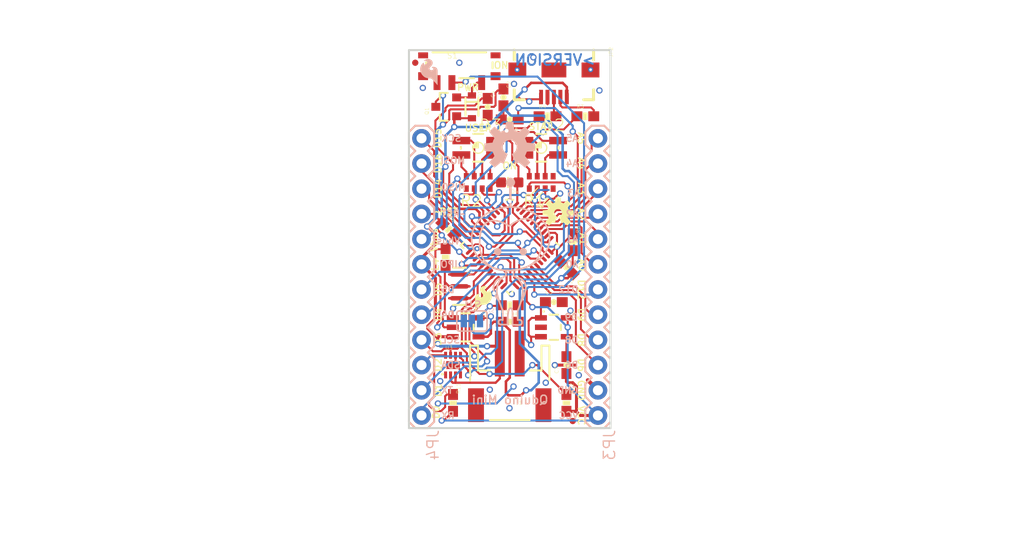
<source format=kicad_pcb>
(kicad_pcb (version 20211014) (generator pcbnew)
  (layers (0 "F.Cu" signal) (1 "In1.Cu" signal) (2 "In2.Cu" signal) (3 "In3.Cu" signal) (4 "In4.Cu" signal) (5 "In5.Cu" signal) (6 "In6.Cu" signal) (7 "In7.Cu" signal) (8 "In8.Cu" signal) (9 "In9.Cu" signal) (10 "In10.Cu" signal) (11 "In11.Cu" signal) (12 "In12.Cu" signal) (13 "In13.Cu" signal) (14 "In14.Cu" signal) (31 "B.Cu" signal) (34 "B.Paste" user) (35 "F.Paste" user) (36 "B.SilkS" user "B.Silkscreen") (37 "F.SilkS" user "F.Silkscreen") (38 "B.Mask" user) (39 "F.Mask" user) (44 "Edge.Cuts" user))
  (net 0 "")
  (net 1 "D-")
  (net 2 "D+")
  (net 3 "GND")
  (net 4 "~{RST}")
  (net 5 "UCAP")
  (net 6 "X2")
  (net 7 "X1")
  (net 8 "A0")
  (net 9 "A1")
  (net 10 "A2")
  (net 11 "A3")
  (net 12 "A4")
  (net 13 "A5")
  (net 14 "RX")
  (net 15 "TX")
  (net 16 "D4")
  (net 17 "D5")
  (net 18 "D8")
  (net 19 "D9")
  (net 20 "D10")
  (net 21 "SCK")
  (net 22 "MOSI")
  (net 23 "MISO")
  (net 24 "RXLED")
  (net 25 "TXLED")
  (net 26 "AREF")
  (net 27 "PROG")
  (net 28 "STAT")
  (net 29 "LIPO")
  (net 30 "VCC")
  (net 31 "UD-")
  (net 32 "UD+")
  (net 33 "VBUS")
  (net 34 "~{ALRT}")
  (net 35 "SDA")
  (net 36 "SCL")
  (net 37 "VINPUT")
  (net 38 "INMOSFET")
  (net 39 "D11")
  (net 40 "D12")
  (net 41 "D13")
  (net 42 "N$6")
  (net 43 "N$7")
  (net 44 "D6")
  (net 45 "N$34")
  (net 46 "N$37")
  (net 47 "N$4")
  (net 48 "N$3")
  (net 49 "N$8")
  (net 50 "N$1")
  (net 51 "N$2")
  (net 52 "N$5")
  (net 53 "N$9")
  (net 54 "N$10")
  (footprint "boardEagle:0603-RES" (layer "F.Cu") (at 142.3289 104.013 -45)
    (fp_text reference "R8")
    (fp_text value "10K")
  )
  (footprint "boardEagle:0603-CAP" (layer "F.Cu") (at 154.2161 117.7036 90)
    (fp_text reference "C7")
    (fp_text value "2.2uF")
  )
  (footprint "boardEagle:LED-0603" (layer "F.Cu") (at 148.5011 99.2886 90)
    (fp_text reference "D4")
    (fp_text value "GREEN")
  )
  (footprint "boardEagle:DFN-8" (layer "F.Cu") (at 142.7861 117.7036)
    (fp_text reference "U3")
    (fp_text value "MAX17048")
  )
  (footprint "boardEagle:QFN-44-NOPAD_1_1-LESS_PASTE" (layer "F.Cu") (at 148.5011 105.6386 -45)
    (fp_text reference "U1")
    (fp_text value "ATMEGA32U41:1-LESS_PASTE")
  )
  (footprint "boardEagle:CREATIVE_COMMONS" (layer "F.Cu") (at 117.4369 132.715)
    (fp_text reference "FRAME2" hide)
    (fp_text value "FRAME-LETTER" hide)
  )
  (footprint "boardEagle:JST-2-SMD" (layer "F.Cu") (at 148.5011 120.2436 180)
    (fp_text reference "J1")
    (fp_text value "LiPo")
  )
  (footprint "boardEagle:0603-CAP" (layer "F.Cu") (at 147.8661 90.7161 -90)
    (fp_text reference "C2")
    (fp_text value "4.7uF")
  )
  (footprint "boardEagle:0603-ARV" (layer "F.Cu") (at 145.3261 99.2886)
    (fp_text reference "R2")
    (fp_text value "1KΩ")
  )
  (footprint "boardEagle:P-LCC-4-3" (layer "F.Cu") (at 151.6761 95.7961 90)
    (fp_text reference "D2")
    (fp_text value "")
  )
  (footprint "boardEagle:SOD-323" (layer "F.Cu") (at 144.6911 91.6686 -90)
    (fp_text reference "D1")
    (fp_text value "BAT20J")
  )
  (footprint "boardEagle:P-LCC-4-3" (layer "F.Cu") (at 145.3261 95.7961 90)
    (fp_text reference "D3")
    (fp_text value "")
  )
  (footprint "boardEagle:USB-B-MICRO-SMD_V03" (layer "F.Cu") (at 152.9561 87.9536 -90)
    (fp_text reference "JP2")
    (fp_text value "")
  )
  (footprint "boardEagle:MICRO-FIDUCIAL" (layer "F.Cu") (at 138.9761 87.2236)
    (fp_text reference "FID1" hide)
    (fp_text value "FIDUCIALUFIDUCIAL" hide)
  )
  (footprint "boardEagle:SOT23-3" (layer "F.Cu") (at 142.1511 91.6686 90)
    (fp_text reference "Q1")
    (fp_text value "ZXMP6A13FTA")
  )
  (footprint "boardEagle:0603-CAP" (layer "F.Cu") (at 152.9461 111.3536)
    (fp_text reference "C5")
    (fp_text value "1uF")
  )
  (footprint "boardEagle:SFE_LOGO_FLAME_.1@1" (layer "F.Cu") (at 144.6911 112.6236)
    (fp_text reference "LOGO3" hide)
    (fp_text value "SFE_LOGO_FLAME.1_INCH" hide)
  )
  (footprint "boardEagle:0603-RES" (layer "F.Cu") (at 148.5011 111.6711 180)
    (fp_text reference "R5")
    (fp_text value "2.0k")
  )
  (footprint "boardEagle:0603-RES" (layer "F.Cu") (at 156.1211 92.6211)
    (fp_text reference "R3")
    (fp_text value "22")
  )
  (footprint "boardEagle:SWITCH-SPST-SMD-A" (layer "F.Cu") (at 143.4211 87.4776)
    (fp_text reference "S1")
    (fp_text value "POWER")
  )
  (footprint "boardEagle:0603-RES" (layer "F.Cu") (at 154.8511 105.3211 -90)
    (fp_text reference "R6")
    (fp_text value "100k")
  )
  (footprint "boardEagle:MICRO-FIDUCIAL" (layer "F.Cu") (at 154.8511 123.3424)
    (fp_text reference "FID2" hide)
    (fp_text value "FIDUCIALUFIDUCIAL" hide)
  )
  (footprint "boardEagle:0603-RES" (layer "F.Cu") (at 154.2161 121.5136 -90)
    (fp_text reference "R12")
    (fp_text value "4.7K")
  )
  (footprint "boardEagle:0603-ARV" (layer "F.Cu") (at 151.6761 99.2886)
    (fp_text reference "R1")
    (fp_text value "1KΩ")
  )
  (footprint "boardEagle:SOT23-5" (layer "F.Cu") (at 152.9461 113.8936 -90)
    (fp_text reference "U4")
    (fp_text value "AP2112K-3.3TRG-1")
  )
  (footprint "boardEagle:SOT23-5" (layer "F.Cu") (at 144.0561 113.8936 -90)
    (fp_text reference "U2")
    (fp_text value "MCP73831")
  )
  (footprint "boardEagle:OSHW-LOGO-S" (layer "F.Cu") (at 153.3779 102.362)
    (fp_text reference "LOGO1" hide)
    (fp_text value "OSHW-LOGOS" hide)
  )
  (footprint "boardEagle:0603-RES" (layer "F.Cu") (at 142.0368 106.807 90)
    (fp_text reference "R7")
    (fp_text value "10K")
  )
  (footprint "boardEagle:RESONATOR-SMD" (layer "F.Cu") (at 143.4211 109.7661 -90)
    (fp_text reference "Y1")
    (fp_text value "8MHZ")
  )
  (footprint "boardEagle:0603-CAP" (layer "F.Cu") (at 148.5011 113.3348)
    (fp_text reference "C3")
    (fp_text value "1uF")
  )
  (footprint "boardEagle:0603-RES" (layer "F.Cu") (at 152.3111 92.6211)
    (fp_text reference "R4")
    (fp_text value "22")
  )
  (footprint "boardEagle:0603-CAP" (layer "F.Cu") (at 146.2786 91.6686 -90)
    (fp_text reference "C4")
    (fp_text value "1uF")
  )
  (footprint "boardEagle:0603-RES" (layer "F.Cu") (at 142.7861 121.5136 -90)
    (fp_text reference "R11")
    (fp_text value "4.7K")
  )
  (footprint "boardEagle:0603-CAP" (layer "F.Cu") (at 154.2161 107.8611 135)
    (fp_text reference "C1")
    (fp_text value "4.7uF")
  )
  (footprint "boardEagle:0603-CAP" (layer "F.Cu") (at 148.5011 92.9386 180)
    (fp_text reference "C6")
    (fp_text value "0.1uF")
  )
  (footprint "boardEagle:OSHW-LOGO-M@1" (layer "B.Cu") (at 148.5011 95.7326 180)
    (fp_text reference "U$4" hide)
    (fp_text value "" hide)
  )
  (footprint "boardEagle:1X12" (layer "B.Cu") (at 139.6111 122.7836 90)
    (fp_text reference "JP4")
    (fp_text value "")
  )
  (footprint "boardEagle:PAD-JUMPER-3-2OF3_NC_BY_TRACE_YES_SILK_FULL_BOX" (layer "B.Cu") (at 144.6911 113.2586 180)
    (fp_text reference "SJ1")
    (fp_text value "")
  )
  (footprint "boardEagle:LOGO-LARGE-SILK" (layer "B.Cu") (at 148.5011 108.1786 180)
    (fp_text reference "U5" hide)
    (fp_text value "MIGHTYQ-L-SILK" hide)
  )
  (footprint "boardEagle:1X12" (layer "B.Cu") (at 157.3911 122.7836 90)
    (fp_text reference "JP3")
    (fp_text value "")
  )
  (footprint "boardEagle:SFE_LOGO_FLAME_.1" (layer "B.Cu") (at 141.5161 89.7636 180)
    (fp_text reference "LOGO2" hide)
    (fp_text value "SFE_LOGO_FLAME.1_INCH" hide)
  )
  (gr_line (start 138.3411 85.9536) (end 138.3411 124.0536) (layer "Edge.Cuts") (width 0.2032))
  (gr_line (start 138.3411 124.0536) (end 158.6611 124.0536) (layer "Edge.Cuts") (width 0.2032))
  (gr_line (start 138.3411 85.9536) (end 158.6611 85.9536) (layer "Edge.Cuts") (width 0.2032))
  (gr_line (start 158.6611 124.0536) (end 158.6611 85.9536) (layer "Edge.Cuts") (width 0.2032))
  (gr_text ">VERSION" (at 153.0731 86.9442) (layer "B.Cu") (effects (font (size 1.0795 1.0795) (thickness 0.1905)) (justify mirror)))
  (gr_text "VCC" (at 155.4861 122.7836) (layer "B.SilkS") (effects (font (size 0.682752 0.682752) (thickness 0.130048)) (justify left mirror)))
  (gr_text "D12" (at 155.4861 110.0836) (layer "B.SilkS") (effects (font (size 0.682752 0.682752) (thickness 0.130048)) (justify left mirror)))
  (gr_text "A2" (at 155.4861 102.4636) (layer "B.SilkS") (effects (font (size 0.682752 0.682752) (thickness 0.130048)) (justify left mirror)))
  (gr_text "SJ1" (at 144.6911 112.014) (layer "B.SilkS") (effects (font (size 0.682752 0.682752) (thickness 0.130048)) (justify bottom mirror)))
  (gr_text "A4" (at 155.4861 97.3836) (layer "B.SilkS") (effects (font (size 0.682752 0.682752) (thickness 0.130048)) (justify left mirror)))
  (gr_text "MOSI" (at 141.4399 97.0788) (layer "B.SilkS") (effects (font (size 0.682752 0.682752) (thickness 0.130048)) (justify right mirror)))
  (gr_text "Qduino Mini" (at 148.5265 121.2088) (layer "B.SilkS") (effects (font (size 0.8636 0.8636) (thickness 0.1524)) (justify mirror)))
  (gr_text "Vbus" (at 141.0335 105.1814) (layer "B.SilkS") (effects (font (size 0.682752 0.682752) (thickness 0.130048)) (justify right mirror)))
  (gr_text "SCL" (at 141.5161 115.1636) (layer "B.SilkS") (effects (font (size 0.682752 0.682752) (thickness 0.130048)) (justify right mirror)))
  (gr_text "A0" (at 155.4861 107.5436) (layer "B.SilkS") (effects (font (size 0.682752 0.682752) (thickness 0.130048)) (justify left mirror)))
  (gr_text "D9" (at 155.4607 112.8776) (layer "B.SilkS") (effects (font (size 0.682752 0.682752) (thickness 0.130048)) (justify left mirror)))
  (gr_text "GND" (at 155.4861 120.2436) (layer "B.SilkS") (effects (font (size 0.682752 0.682752) (thickness 0.130048)) (justify left mirror)))
  (gr_text "SCK" (at 141.5161 94.8436) (layer "B.SilkS") (effects (font (size 0.682752 0.682752) (thickness 0.130048)) (justify right mirror)))
  (gr_text "MISO" (at 141.5161 99.7712) (layer "B.SilkS") (effects (font (size 0.682752 0.682752) (thickness 0.130048)) (justify right mirror)))
  (gr_text "D6" (at 155.4861 117.7036) (layer "B.SilkS") (effects (font (size 0.682752 0.682752) (thickness 0.130048)) (justify left mirror)))
  (gr_text "LIPO" (at 141.4399 107.5436) (layer "B.SilkS") (effects (font (size 0.682752 0.682752) (thickness 0.130048)) (justify right mirror)))
  (gr_text "TX" (at 141.5161 120.2436) (layer "B.SilkS") (effects (font (size 0.682752 0.682752) (thickness 0.130048)) (justify right mirror)))
  (gr_text "A3" (at 155.6385 100.3808) (layer "B.SilkS") (effects (font (size 0.682752 0.682752) (thickness 0.130048)) (justify left mirror)))
  (gr_text "SDA" (at 141.5161 117.7036) (layer "B.SilkS") (effects (font (size 0.682752 0.682752) (thickness 0.130048)) (justify right mirror)))
  (gr_text "D8" (at 155.4861 115.1636) (layer "B.SilkS") (effects (font (size 0.682752 0.682752) (thickness 0.130048)) (justify left mirror)))
  (gr_text "D5" (at 141.5161 110.0836) (layer "B.SilkS") (effects (font (size 0.682752 0.682752) (thickness 0.130048)) (justify right mirror)))
  (gr_text "A1" (at 155.4861 105.0036) (layer "B.SilkS") (effects (font (size 0.682752 0.682752) (thickness 0.130048)) (justify left mirror)))
  (gr_text "D4" (at 141.5161 112.6236) (layer "B.SilkS") (effects (font (size 0.682752 0.682752) (thickness 0.130048)) (justify right mirror)))
  (gr_text "A5" (at 155.4861 94.8436) (layer "B.SilkS") (effects (font (size 0.682752 0.682752) (thickness 0.130048)) (justify left mirror)))
  (gr_text "RX" (at 141.5161 122.7836) (layer "B.SilkS") (effects (font (size 0.682752 0.682752) (thickness 0.130048)) (justify right mirror)))
  (gr_text "~RST" (at 141.5161 102.4636) (layer "B.SilkS") (effects (font (size 0.682752 0.682752) (thickness 0.130048)) (justify right mirror)))
  (gr_text "ON" (at 148.5011 98.0186) (layer "F.SilkS") (effects (font (size 0.69088 0.69088) (thickness 0.12192)) (justify bottom)))
  (gr_text "L+" (at 140.6017 107.4928 90) (layer "F.SilkS") (effects (font (size 0.682752 0.682752) (thickness 0.130048)) (justify top)))
  (gr_text "A4" (at 156.1211 97.3836 270) (layer "F.SilkS") (effects (font (size 0.682752 0.682752) (thickness 0.130048)) (justify top)))
  (gr_text "STAT" (at 151.5745 94.0562) (layer "F.SilkS") (effects (font (size 0.69088 0.69088) (thickness 0.12192)) (justify bottom)))
  (gr_text "Vbus" (at 140.5001 105.0798 90) (layer "F.SilkS") (effects (font (size 0.682752 0.682752) (thickness 0.130048)) (justify top)))
  (gr_text "A3" (at 156.1211 99.9236 270) (layer "F.SilkS") (effects (font (size 0.682752 0.682752) (thickness 0.130048)) (justify top)))
  (gr_text "D3" (at 140.8557 115.0874 90) (layer "F.SilkS") (effects (font (size 0.682752 0.682752) (thickness 0.130048)) (justify top)))
  (gr_text "PWR" (at 144.2847 90.1192) (layer "F.SilkS") (effects (font (size 0.69088 0.69088) (thickness 0.12192)) (justify bottom)))
  (gr_text "ON" (at 147.6375 87.884) (layer "F.SilkS") (effects (font (size 0.69088 0.69088) (thickness 0.12192)) (justify bottom)))
  (gr_text "D12" (at 156.1211 110.0836 270) (layer "F.SilkS") (effects (font (size 0.682752 0.682752) (thickness 0.130048)) (justify top)))
  (gr_text "A5" (at 156.1211 94.8436 270) (layer "F.SilkS") (effects (font (size 0.682752 0.682752) (thickness 0.130048)) (justify top)))
  (gr_text "~RST" (at 142.113 102.6414) (layer "F.SilkS") (effects (font (size 0.682752 0.682752) (thickness 0.130048)) (justify bottom)))
  (gr_text "D1" (at 140.8811 120.2436 90) (layer "F.SilkS") (effects (font (size 0.682752 0.682752) (thickness 0.130048)) (justify top)))
  (gr_text "A2" (at 156.1211 102.4636 270) (layer "F.SilkS") (effects (font (size 0.682752 0.682752) (thickness 0.130048)) (justify top)))
  (gr_text "D4" (at 140.8811 112.6236 90) (layer "F.SilkS") (effects (font (size 0.682752 0.682752) (thickness 0.130048)) (justify top)))
  (gr_text "D16" (at 140.8811 97.3836 90) (layer "F.SilkS") (effects (font (size 0.682752 0.682752) (thickness 0.130048)) (justify top)))
  (gr_text "D0" (at 140.6779 122.4534 90) (layer "F.SilkS") (effects (font (size 0.682752 0.682752) (thickness 0.130048)) (justify top)))
  (gr_text "D2" (at 140.8811 117.7036 90) (layer "F.SilkS") (effects (font (size 0.682752 0.682752) (thickness 0.130048)) (justify top)))
  (gr_text "A0" (at 156.1973 107.6198 270) (layer "F.SilkS") (effects (font (size 0.682752 0.682752) (thickness 0.130048)) (justify top)))
  (gr_text "D15" (at 140.8557 94.8436 90) (layer "F.SilkS") (effects (font (size 0.682752 0.682752) (thickness 0.130048)) (justify top)))
  (gr_text "D14" (at 140.8811 99.9236 90) (layer "F.SilkS") (effects (font (size 0.682752 0.682752) (thickness 0.130048)) (justify top)))
  (gr_text "D6" (at 156.1211 117.7036 270) (layer "F.SilkS") (effects (font (size 0.682752 0.682752) (thickness 0.130048)) (justify top)))
  (gr_text "D9" (at 156.1211 112.6236 270) (layer "F.SilkS") (effects (font (size 0.682752 0.682752) (thickness 0.130048)) (justify top)))
  (gr_text "VCC" (at 156.1211 122.7836 270) (layer "F.SilkS") (effects (font (size 0.682752 0.682752) (thickness 0.130048)) (justify top)))
  (gr_text "D8" (at 156.1211 115.1636 270) (layer "F.SilkS") (effects (font (size 0.682752 0.682752) (thickness 0.130048)) (justify top)))
  (gr_text "USER" (at 145.3261 94.2086) (layer "F.SilkS") (effects (font (size 0.69088 0.69088) (thickness 0.12192)) (justify bottom)))
  (gr_text "A1" (at 156.2989 105.0036 270) (layer "F.SilkS") (effects (font (size 0.682752 0.682752) (thickness 0.130048)) (justify top)))
  (gr_text "D5" (at 140.8811 110.0836 90) (layer "F.SilkS") (effects (font (size 0.682752 0.682752) (thickness 0.130048)) (justify top)))
  (gr_text "GND" (at 156.1211 120.2436 270) (layer "F.SilkS") (effects (font (size 0.682752 0.682752) (thickness 0.130048)) (justify top)))
  (segment (start 152.1206 93.9546) (end 153.9376 93.9546) (width 0.2032) (layer "F.Cu") (net 1))
  (segment (start 146.2151 101.261166) (end 147.187556 102.233622) (width 0.2032) (layer "F.Cu") (net 1))
  (segment (start 146.2151 101.092) (end 146.2151 101.261166) (width 0.2032) (layer "F.Cu") (net 1))
  (segment (start 146.8501 101.896166) (end 147.187556 102.233622) (width 0.2032) (layer "F.Cu") (net 1))
  (segment (start 153.9376 93.9546) (end 155.2711 92.6211) (width 0.2032) (layer "F.Cu") (net 1))
  (segment (start 152.1206 93.9546) (end 151.8666 94.2086) (width 0.2032) (layer "F.Cu") (net 1))
  (via (at 146.2151 101.092) (size 0.635) (drill 0.381) (layers "F.Cu" "B.Cu") (net 1))
  (via (at 151.8666 94.2086) (size 0.635) (drill 0.381) (layers "F.Cu" "B.Cu") (net 1))
  (segment (start 146.2151 101.092) (end 146.2151 99.8601) (width 0.2032) (layer "B.Cu") (net 1))
  (segment (start 146.2151 99.8601) (end 151.8666 94.2086) (width 0.2032) (layer "B.Cu") (net 1))
  (segment (start 148.7043 94.0816) (end 148.1836 94.0816) (width 0.2032) (layer "F.Cu") (net 2))
  (segment (start 145.262621 101.0158) (end 146.834 102.587179) (width 0.2032) (layer "F.Cu") (net 2))
  (segment (start 150.2546 93.8276) (end 151.4611 92.6211) (width 0.2032) (layer "F.Cu") (net 2))
  (segment (start 145.0721 101.0158) (end 145.262621 101.0158) (width 0.2032) (layer "F.Cu") (net 2))
  (segment (start 148.9583 93.8276) (end 148.7043 94.0816) (width 0.2032) (layer "F.Cu") (net 2))
  (segment (start 148.9583 93.8276) (end 150.2546 93.8276) (width 0.2032) (layer "F.Cu") (net 2))
  (via (at 145.0721 101.0158) (size 0.635) (drill 0.381) (layers "F.Cu" "B.Cu") (net 2))
  (via (at 148.1836 94.0816) (size 0.635) (drill 0.381) (layers "F.Cu" "B.Cu") (net 2))
  (segment (start 148.1836 94.0816) (end 148.1836 96.1771) (width 0.2032) (layer "B.Cu") (net 2))
  (segment (start 145.0721 101.0158) (end 145.0721 99.2886) (width 0.2032) (layer "B.Cu") (net 2))
  (segment (start 148.1836 96.1771) (end 145.0721 99.2886) (width 0.2032) (layer "B.Cu") (net 2))
  (segment (start 142.7861 117.6858) (end 142.7861 117.7036) (width 0.2032) (layer "F.Cu") (net 3))
  (segment (start 152.0571 101.3206) (end 150.050446 101.3206) (width 0.2032) (layer "F.Cu") (net 3))
  (segment (start 143.5361 118.6936) (end 143.5361 118.1996) (width 0.2032) (layer "F.Cu") (net 3))
  (segment (start 147.8661 91.5661) (end 148.2861 91.5661) (width 0.2032) (layer "F.Cu") (net 3))
  (segment (start 149.5966 90.9066) (end 149.2711 90.5811) (width 0.2032) (layer "F.Cu") (net 3))
  (segment (start 141.9606 109.3216) (end 141.9606 112.3061) (width 0.2032) (layer "F.Cu") (net 3))
  (segment (start 143.3195 117.983) (end 143.0577 117.983) (width 0.2032) (layer "F.Cu") (net 3))
  (segment (start 153.615056 107.26006) (end 153.2636 106.9086) (width 0.2032) (layer "F.Cu") (net 3))
  (segment (start 146.2786 92.5186) (end 146.2786 92.8751) (width 0.2032) (layer "F.Cu") (net 3))
  (segment (start 149.122478 109.735744) (end 149.105743 109.735744) (width 0.2032) (layer "F.Cu") (net 3))
  (segment (start 147.8661 92.7236) (end 147.6511 92.9386) (width 0.2032) (layer "F.Cu") (net 3))
  (segment (start 142.7861 117.7036) (end 143.0577 117.9752) (width 0.2032) (layer "F.Cu") (net 3))
  (segment (start 148.5646 107.3531) (end 148.1836 106.9721) (width 0.2032) (layer "F.Cu") (net 3))
  (segment (start 153.2636 104.5591) (end 153.0731 104.3686) (width 0.2032) (layer "F.Cu") (net 3))
  (segment (start 149.2711 90.5811) (end 148.2861 91.5661) (width 0.2032) (layer "F.Cu") (net 3))
  (segment (start 153.0731 104.3686) (end 152.539753 104.3686) (width 0.2032) (layer "F.Cu") (net 3))
  (segment (start 149.5011 116.5436) (end 149.5011 113.4848) (width 0.2032) (layer "F.Cu") (net 3))
  (segment (start 154.2462 114.8436) (end 153.8961 114.8436) (width 0.2032) (layer "F.Cu") (net 3))
  (segment (start 147.8661 91.5661) (end 147.8661 92.7236) (width 0.2032) (layer "F.Cu") (net 3))
  (segment (start 142.7783 117.7036) (end 142.7861 117.7036) (width 0.2032) (layer "F.Cu") (net 3))
  (segment (start 155.117881 117.755382) (end 155.117881 117.7036) (width 0.2032) (layer "F.Cu") (net 3))
  (segment (start 155.117881 117.7036) (end 153.0477 117.7036) (width 0.3048) (layer "F.Cu") (net 3))
  (segment (start 149.5011 113.4848) (end 149.3511 113.3348) (width 0.2032) (layer "F.Cu") (net 3))
  (segment (start 141.7701 112.4966) (end 141.7701 113.7666) (width 0.2032) (layer "F.Cu") (net 3))
  (segment (start 149.3511 109.964366) (end 149.122478 109.735744) (width 0.2032) (layer "F.Cu") (net 3))
  (segment (start 148.5646 109.1946) (end 148.5646 107.3531) (width 0.2032) (layer "F.Cu") (net 3))
  (segment (start 143.0577 117.9752) (end 143.0577 117.983) (width 0.2032) (layer "F.Cu") (net 3))
  (segment (start 147.2311 103.661497) (end 146.49539 102.925788) (width 0.2032) (layer "F.Cu") (net 3))
  (segment (start 144.4371 109.7661) (end 142.4051 109.7661) (width 0.2032) (layer "F.Cu") (net 3))
  (segment (start 154.2161 114.8737) (end 154.2462 114.8436) (width 0.2032) (layer "F.Cu") (net 3))
  (segment (start 153.5566 105.7656) (end 153.2636 105.7656) (width 0.2032) (layer "F.Cu") (net 3))
  (segment (start 150.050446 101.3206) (end 149.476034 101.895013) (width 0.2032) (layer "F.Cu") (net 3))
  (segment (start 157.3911 120.2436) (end 156.3751 119.2276) (width 0.4064) (layer "F.Cu") (net 3))
  (segment (start 148.1836 106.9721) (end 145.783275 106.9721) (width 0.2032) (layer "F.Cu") (net 3))
  (segment (start 152.769218 106.259982) (end 153.2636 105.7656) (width 0.2032) (layer "F.Cu") (net 3))
  (segment (start 151.6561 90.6786) (end 151.6561 90.8866) (width 0.2032) (layer "F.Cu") (net 3))
  (segment (start 147.2311 103.7336) (end 147.2311 103.661497) (width 0.2032) (layer "F.Cu") (net 3))
  (segment (start 152.4381 100.9396) (end 152.0571 101.3206) (width 0.2032) (layer "F.Cu") (net 3))
  (segment (start 151.6561 90.8866) (end 151.6761 90.9066) (width 0.2032) (layer "F.Cu") (net 3))
  (segment (start 153.2636 106.9086) (end 153.2636 105.7656) (width 0.2032) (layer "F.Cu") (net 3))
  (segment (start 149.105743 109.735744) (end 148.5646 109.1946) (width 0.2032) (layer "F.Cu") (net 3))
  (segment (start 145.449675 107.3057) (end 145.449675 107.293025) (width 0.2032) (layer "F.Cu") (net 3))
  (segment (start 153.5566 105.7656) (end 154.8511 104.4711) (width 0.2032) (layer "F.Cu") (net 3))
  (segment (start 143.5361 118.1996) (end 143.3195 117.983) (width 0.2032) (layer "F.Cu") (net 3))
  (segment (start 153.2636 105.7656) (end 153.2636 104.5591) (width 0.2032) (layer "F.Cu") (net 3))
  (segment (start 152.9461 100.9396) (end 152.4381 100.9396) (width 0.2032) (layer "F.Cu") (net 3))
  (segment (start 143.0361 117.4358) (end 142.7861 117.6858) (width 0.2032) (layer "F.Cu") (net 3))
  (segment (start 141.3891 121.4501) (end 141.2621 121.5771) (width 0.2032) (layer "F.Cu") (net 3))
  (segment (start 153.9061 116.5436) (end 154.2161 116.8536) (width 0.2032) (layer "F.Cu") (net 3))
  (segment (start 143.6751 107.5436) (end 143.8021 107.6706) (width 0.2032) (layer "F.Cu") (net 3))
  (segment (start 142.4051 109.7661) (end 141.9606 109.3216) (width 0.2032) (layer "F.Cu") (net 3))
  (segment (start 145.783275 106.9721) (end 145.449675 107.3057) (width 0.2032) (layer "F.Cu") (net 3))
  (segment (start 145.211775 107.5436) (end 145.449675 107.3057) (width 0.2032) (layer "F.Cu") (net 3))
  (segment (start 141.9606 112.3061) (end 141.7701 112.4966) (width 0.2032) (layer "F.Cu") (net 3))
  (segment (start 143.0361 116.7136) (end 143.0361 117.4358) (width 0.2032) (layer "F.Cu") (net 3))
  (segment (start 146.5261 98.6636) (end 146.5261 97.9616) (width 0.2032) (layer "F.Cu") (net 3))
  (segment (start 141.8971 113.8936) (end 141.7701 113.7666) (width 0.2032) (layer "F.Cu") (net 3))
  (segment (start 143.8021 107.6706) (end 145.084775 107.6706) (width 0.2032) (layer "F.Cu") (net 3))
  (segment (start 151.6761 90.9066) (end 149.5966 90.9066) (width 0.2032) (layer "F.Cu") (net 3))
  (segment (start 145.449675 107.3057) (end 145.437 107.3057) (width 0.2032) (layer "F.Cu") (net 3))
  (segment (start 145.084775 107.6706) (end 145.449675 107.3057) (width 0.2032) (layer "F.Cu") (net 3))
  (segment (start 149.3511 113.3348) (end 149.3511 111.6711) (width 0.2032) (layer "F.Cu") (net 3))
  (segment (start 152.59824 106.259982) (end 152.769218 106.259982) (width 0.2032) (layer "F.Cu") (net 3))
  (segment (start 152.539753 104.3686) (end 152.244687 104.663666) (width 0.2032) (layer "F.Cu") (net 3))
  (segment (start 154.2161 116.8536) (end 154.2161 114.8737) (width 0.2032) (layer "F.Cu") (net 3))
  (segment (start 142.756 113.8936) (end 141.8971 113.8936) (width 0.2032) (layer "F.Cu") (net 3))
  (segment (start 153.3271 100.5586) (end 152.9461 100.9396) (width 0.2032) (layer "F.Cu") (net 3))
  (segment (start 141.9606 109.3216) (end 141.9606 107.831285) (width 0.2032) (layer "F.Cu") (net 3))
  (via (at 152.1333 119.4816) (size 0.635) (drill 0.381) (layers "F.Cu" "B.Cu") (net 3))
  (via (at 148.8821 119.8626) (size 0.635) (drill 0.381) (layers "F.Cu" "B.Cu") (net 3))
  (via (at 148.7043 110.5408) (size 0.635) (drill 0.381) (layers "F.Cu" "B.Cu") (net 3))
  (via (at 150.4696 91.1352) (size 0.635) (drill 0.381) (layers "F.Cu" "B.Cu") (net 3))
  (via (at 153.0477 117.7036) (size 0.635) (drill 0.381) (layers "F.Cu" "B.Cu") (net 3))
  (via (at 147.2311 103.7336) (size 0.635) (drill 0.381) (layers "F.Cu" "B.Cu") (net 3))
  (via (at 154.6225 112.2172) (size 0.635) (drill 0.381) (layers "F.Cu" "B.Cu") (net 3))
  (via (at 148.5011 101.1936) (size 0.635) (drill 0.381) (layers "F.Cu" "B.Cu") (net 3))
  (via (at 148.9329 89.3572) (size 0.635) (drill 0.381) (layers "F.Cu" "B.Cu") (net 3))
  (via (at 141.4907 119.3165) (size 0.635) (drill 0.381) (layers "F.Cu" "B.Cu") (net 3))
  (via (at 141.2621 121.5771) (size 0.635) (drill 0.381) (layers "F.Cu" "B.Cu") (net 3))
  (via (at 153.2636 105.7656) (size 0.635) (drill 0.381) (layers "F.Cu" "B.Cu") (net 3))
  (via (at 150.8887 86.6775) (size 0.635) (drill 0.381) (layers "F.Cu" "B.Cu") (net 3))
  (via (at 153.5811 100.4062) (size 0.635) (drill 0.381) (layers "F.Cu" "B.Cu") (net 3))
  (via (at 151.0411 101.1174) (size 0.635) (drill 0.381) (layers "F.Cu" "B.Cu") (net 3))
  (via (at 150.2791 105.3846) (size 0.635) (drill 0.381) (layers "F.Cu" "B.Cu") (net 3))
  (via (at 143.6751 107.5436) (size 0.635) (drill 0.381) (layers "F.Cu" "B.Cu") (net 3))
  (via (at 148.4757 122.047) (size 0.635) (drill 0.381) (layers "F.Cu" "B.Cu") (net 3))
  (via (at 157.5435 90.0176) (size 0.635) (drill 0.381) (layers "F.Cu" "B.Cu") (net 3))
  (via (at 146.4945 120.1801) (size 0.635) (drill 0.381) (layers "F.Cu" "B.Cu") (net 3))
  (via (at 143.4211 87.2236) (size 0.635) (drill 0.381) (layers "F.Cu" "B.Cu") (net 3))
  (via (at 155.4607 118.7196) (size 0.635) (drill 0.381) (layers "F.Cu" "B.Cu") (net 3))
  (via (at 139.7381 89.7636) (size 0.635) (drill 0.381) (layers "F.Cu" "B.Cu") (net 3))
  (segment (start 151.8666 104.8131) (end 151.4221 104.3686) (width 0.2032) (layer "B.Cu") (net 3))
  (segment (start 151.4221 100.0506) (end 152.4381 100.0506) (width 0.2032) (layer "B.Cu") (net 3))
  (segment (start 147.1676 121.5771) (end 148.8821 119.8626) (width 0.2032) (layer "B.Cu") (net 3))
  (segment (start 148.5011 101.1936) (end 148.5011 102.4636) (width 0.2032) (layer "B.Cu") (net 3))
  (segment (start 153.2636 105.7656) (end 152.1206 105.7656) (width 0.2032) (layer "B.Cu") (net 3))
  (segment (start 144.3101 106.9086) (end 146.2151 106.9086) (width 0.2032) (layer "B.Cu") (net 3))
  (segment (start 151.0411 100.4316) (end 151.4221 100.0506) (width 0.2032) (layer "B.Cu") (net 3))
  (segment (start 141.2621 121.5771) (end 147.1676 121.5771) (width 0.2032) (layer "B.Cu") (net 3))
  (segment (start 143.6751 107.5436) (end 144.3101 106.9086) (width 0.2032) (layer "B.Cu") (net 3))
  (segment (start 152.1206 105.7656) (end 151.8666 105.5116) (width 0.2032) (layer "B.Cu") (net 3))
  (segment (start 151.8666 105.5116) (end 151.8666 104.8131) (width 0.2032) (layer "B.Cu") (net 3))
  (segment (start 146.2151 106.9086) (end 146.9771 106.1466) (width 0.2032) (layer "B.Cu") (net 3))
  (segment (start 149.6441 106.1466) (end 151.4221 104.3686) (width 0.2032) (layer "B.Cu") (net 3))
  (segment (start 146.9771 106.1466) (end 149.6441 106.1466) (width 0.2032) (layer "B.Cu") (net 3))
  (segment (start 148.5011 102.4636) (end 147.2311 103.7336) (width 0.2032) (layer "B.Cu") (net 3))
  (segment (start 151.4221 104.3686) (end 151.0411 103.9876) (width 0.2032) (layer "B.Cu") (net 3))
  (segment (start 151.0411 103.9876) (end 151.0411 100.4316) (width 0.2032) (layer "B.Cu") (net 3))
  (segment (start 139.6111 102.4636) (end 140.779496 102.4636) (width 0.2032) (layer "F.Cu") (net 4))
  (segment (start 141.2621 104.1146) (end 141.6431 104.4956) (width 0.2032) (layer "F.Cu") (net 4))
  (segment (start 140.779496 102.4636) (end 141.727856 103.41196) (width 0.2032) (layer "F.Cu") (net 4))
  (segment (start 144.0561 106.9086) (end 144.462446 106.9086) (width 0.2032) (layer "F.Cu") (net 4))
  (segment (start 141.2621 104.1146) (end 141.2621 103.877716) (width 0.2032) (layer "F.Cu") (net 4))
  (segment (start 141.6431 104.4956) (end 141.6431 104.6226) (width 0.2032) (layer "F.Cu") (net 4))
  (segment (start 144.462446 106.9086) (end 144.757509 106.613538) (width 0.2032) (layer "F.Cu") (net 4))
  (segment (start 144.0561 106.9086) (end 143.4211 106.2736) (width 0.2032) (layer "F.Cu") (net 4))
  (segment (start 141.727856 103.41196) (end 141.2621 103.877716) (width 0.2032) (layer "F.Cu") (net 4))
  (via (at 143.4211 106.2736) (size 0.635) (drill 0.381) (layers "F.Cu" "B.Cu") (net 4))
  (via (at 141.6431 104.6226) (size 0.635) (drill 0.381) (layers "F.Cu" "B.Cu") (net 4))
  (segment (start 141.6431 104.6226) (end 143.2941 106.2736) (width 0.2032) (layer "B.Cu") (net 4))
  (segment (start 143.2941 106.2736) (end 143.4211 106.2736) (width 0.2032) (layer "B.Cu") (net 4))
  (segment (start 145.6935 90.8186) (end 144.9705 91.5416) (width 0.2032) (layer "F.Cu") (net 5))
  (segment (start 144.9705 91.5416) (end 142.2781 91.5416) (width 0.2032) (layer "F.Cu") (net 5))
  (segment (start 142.7861 97.3836) (end 142.7861 98.0186) (width 0.2032) (layer "F.Cu") (net 5))
  (segment (start 142.4051 98.3996) (end 142.4051 100.3046) (width 0.2032) (layer "F.Cu") (net 5))
  (segment (start 145.2626 101.5746) (end 145.8341 102.1461) (width 0.2032) (layer "F.Cu") (net 5))
  (segment (start 142.4051 100.3046) (end 143.6751 101.5746) (width 0.2032) (layer "F.Cu") (net 5))
  (segment (start 143.6751 101.5746) (end 145.2626 101.5746) (width 0.2032) (layer "F.Cu") (net 5))
  (segment (start 141.0081 95.6056) (end 142.7861 97.3836) (width 0.2032) (layer "F.Cu") (net 5))
  (segment (start 142.0241 92.0496) (end 141.0081 93.0656) (width 0.2032) (layer "F.Cu") (net 5))
  (segment (start 142.0241 91.7956) (end 142.0241 92.0496) (width 0.2032) (layer "F.Cu") (net 5))
  (segment (start 141.0081 93.0656) (end 141.0081 95.6056) (width 0.2032) (layer "F.Cu") (net 5))
  (segment (start 142.2781 91.5416) (end 142.0241 91.7956) (width 0.2032) (layer "F.Cu") (net 5))
  (segment (start 146.2786 90.8186) (end 145.6935 90.8186) (width 0.2032) (layer "F.Cu") (net 5))
  (segment (start 145.8341 102.1461) (end 145.8341 102.971604) (width 0.2032) (layer "F.Cu") (net 5))
  (segment (start 145.8341 102.971604) (end 146.141837 103.279341) (width 0.2032) (layer "F.Cu") (net 5))
  (segment (start 142.7861 98.0186) (end 142.4051 98.3996) (width 0.2032) (layer "F.Cu") (net 5))
  (segment (start 144.866493 108.5661) (end 145.788284 107.64431) (width 0.2032) (layer "F.Cu") (net 6))
  (segment (start 144.4371 108.5661) (end 144.866493 108.5661) (width 0.2032) (layer "F.Cu") (net 6))
  (segment (start 144.8816 110.5916) (end 144.8816 109.2581) (width 0.2032) (layer "F.Cu") (net 7))
  (segment (start 144.5071 110.9661) (end 144.8816 110.5916) (width 0.2032) (layer "F.Cu") (net 7))
  (segment (start 144.4371 110.9661) (end 144.5071 110.9661) (width 0.2032) (layer "F.Cu") (net 7))
  (segment (start 144.8816 109.2581) (end 146.141837 107.997863) (width 0.2032) (layer "F.Cu") (net 7))
  (segment (start 155.7401 103.8606) (end 155.4861 103.6066) (width 0.2032) (layer "F.Cu") (net 8))
  (segment (start 156.8831 107.5436) (end 155.7401 106.4006) (width 0.2032) (layer "F.Cu") (net 8))
  (segment (start 155.4861 103.6066) (end 154.2161 103.6066) (width 0.2032) (layer "F.Cu") (net 8))
  (segment (start 152.243531 103.9876) (end 151.906075 104.325057) (width 0.2032) (layer "F.Cu") (net 8))
  (segment (start 155.7401 106.4006) (end 155.7401 103.8606) (width 0.2032) (layer "F.Cu") (net 8))
  (segment (start 153.8351 103.9876) (end 152.243531 103.9876) (width 0.2032) (layer "F.Cu") (net 8))
  (segment (start 157.3911 107.5436) (end 156.8831 107.5436) (width 0.2032) (layer "F.Cu") (net 8))
  (segment (start 154.2161 103.6066) (end 153.8351 103.9876) (width 0.2032) (layer "F.Cu") (net 8))
  (segment (start 157.3911 104.3686) (end 157.3911 105.0036) (width 0.2032) (layer "F.Cu") (net 9))
  (segment (start 153.9621 103.2256) (end 153.5811 103.6066) (width 0.2032) (layer "F.Cu") (net 9))
  (segment (start 151.917428 103.6066) (end 151.552525 103.971504) (width 0.2032) (layer "F.Cu") (net 9))
  (segment (start 153.5811 103.6066) (end 151.917428 103.6066) (width 0.2032) (layer "F.Cu") (net 9))
  (segment (start 156.2481 103.2256) (end 153.9621 103.2256) (width 0.2032) (layer "F.Cu") (net 9))
  (segment (start 156.2481 103.2256) (end 157.3911 104.3686) (width 0.2032) (layer "F.Cu") (net 9))
  (segment (start 153.7081 102.8446) (end 153.3271 103.2256) (width 0.2032) (layer "F.Cu") (net 10))
  (segment (start 153.3271 103.2256) (end 151.621206 103.2256) (width 0.2032) (layer "F.Cu") (net 10))
  (segment (start 157.1371 102.4636) (end 156.7561 102.8446) (width 0.2032) (layer "F.Cu") (net 10))
  (segment (start 151.621206 103.2256) (end 151.213912 103.632894) (width 0.2032) (layer "F.Cu") (net 10))
  (segment (start 157.3911 102.4636) (end 157.1371 102.4636) (width 0.2032) (layer "F.Cu") (net 10))
  (segment (start 156.7561 102.8446) (end 153.7081 102.8446) (width 0.2032) (layer "F.Cu") (net 10))
  (segment (start 156.8831 100.7491) (end 156.8831 100.4316) (width 0.2032) (layer "F.Cu") (net 11))
  (segment (start 151.2951 102.8446) (end 150.860359 103.279341) (width 0.2032) (layer "F.Cu") (net 11))
  (segment (start 155.1686 102.4636) (end 156.8831 100.7491) (width 0.2032) (layer "F.Cu") (net 11))
  (segment (start 153.4541 102.4636) (end 153.0731 102.8446) (width 0.2032) (layer "F.Cu") (net 11))
  (segment (start 156.8831 100.4316) (end 157.3911 99.9236) (width 0.2032) (layer "F.Cu") (net 11))
  (segment (start 155.1686 102.4636) (end 153.4541 102.4636) (width 0.2032) (layer "F.Cu") (net 11))
  (segment (start 153.0731 102.8446) (end 151.2951 102.8446) (width 0.2032) (layer "F.Cu") (net 11))
  (segment (start 153.2001 102.0826) (end 152.8191 102.4636) (width 0.2032) (layer "F.Cu") (net 12))
  (segment (start 157.3911 97.3836) (end 156.7561 97.3836) (width 0.2032) (layer "F.Cu") (net 12))
  (segment (start 156.7561 97.3836) (end 156.1211 98.0186) (width 0.2032) (layer "F.Cu") (net 12))
  (segment (start 154.9146 102.0826) (end 156.1211 100.8761) (width 0.2032) (layer "F.Cu") (net 12))
  (segment (start 150.968993 102.4636) (end 150.506806 102.925788) (width 0.2032) (layer "F.Cu") (net 12))
  (segment (start 154.9146 102.0826) (end 153.2001 102.0826) (width 0.2032) (layer "F.Cu") (net 12))
  (segment (start 156.1211 98.0186) (end 156.1211 100.8761) (width 0.2032) (layer "F.Cu") (net 12))
  (segment (start 152.8191 102.4636) (end 150.968993 102.4636) (width 0.2032) (layer "F.Cu") (net 12))
  (segment (start 152.5651 102.0826) (end 150.672771 102.0826) (width 0.2032) (layer "F.Cu") (net 13))
  (segment (start 156.7561 96.1136) (end 155.7401 97.1296) (width 0.2032) (layer "F.Cu") (net 13))
  (segment (start 150.672771 102.0826) (end 150.168196 102.587175) (width 0.2032) (layer "F.Cu") (net 13))
  (segment (start 152.9461 101.7016) (end 152.5651 102.0826) (width 0.2032) (layer "F.Cu") (net 13))
  (segment (start 154.6606 101.7016) (end 152.9461 101.7016) (width 0.2032) (layer "F.Cu") (net 13))
  (segment (start 157.3911 94.8436) (end 157.2641 94.8436) (width 0.2032) (layer "F.Cu") (net 13))
  (segment (start 157.2641 94.8436) (end 156.7561 95.3516) (width 0.2032) (layer "F.Cu") (net 13))
  (segment (start 154.6606 101.7016) (end 155.7401 100.6221) (width 0.2032) (layer "F.Cu") (net 13))
  (segment (start 155.7401 97.1296) (end 155.7401 100.6221) (width 0.2032) (layer "F.Cu") (net 13))
  (segment (start 156.7561 95.3516) (end 156.7561 96.1136) (width 0.2032) (layer "F.Cu") (net 13))
  (segment (start 147.187556 109.043582) (end 147.128118 109.043582) (width 0.2032) (layer "F.Cu") (net 14))
  (segment (start 144.4371 115.2906) (end 144.4371 112.5601) (width 0.2032) (layer "F.Cu") (net 14))
  (segment (start 144.4371 115.2906) (end 146.2151 117.0686) (width 0.2032) (layer "F.Cu") (net 14))
  (segment (start 144.8181 112.3696) (end 146.0881 111.0996) (width 0.2032) (layer "F.Cu") (net 14))
  (segment (start 144.6276 112.3696) (end 144.8181 112.3696) (width 0.2032) (layer "F.Cu") (net 14))
  (segment (start 146.0881 110.143038) (end 147.187556 109.043582) (width 0.2032) (layer "F.Cu") (net 14))
  (segment (start 146.2151 117.0686) (end 146.2151 117.3226) (width 0.2032) (layer "F.Cu") (net 14))
  (segment (start 146.0881 111.0996) (end 146.0881 110.143038) (width 0.2032) (layer "F.Cu") (net 14))
  (segment (start 144.4371 112.5601) (end 144.6276 112.3696) (width 0.2032) (layer "F.Cu") (net 14))
  (via (at 146.2151 117.3226) (size 0.635) (drill 0.381) (layers "F.Cu" "B.Cu") (net 14))
  (segment (start 139.6111 122.1486) (end 143.9291 117.8306) (width 0.2032) (layer "B.Cu") (net 14))
  (segment (start 145.7071 117.8306) (end 146.2151 117.3226) (width 0.2032) (layer "B.Cu") (net 14))
  (segment (start 143.9291 117.8306) (end 145.7071 117.8306) (width 0.2032) (layer "B.Cu") (net 14))
  (segment (start 139.6111 122.7836) (end 139.6111 122.1486) (width 0.2032) (layer "B.Cu") (net 14))
  (segment (start 146.9136 110.0201) (end 146.9136 110.4646) (width 0.2032) (layer "F.Cu") (net 15))
  (segment (start 147.526162 109.407538) (end 146.9136 110.0201) (width 0.2032) (layer "F.Cu") (net 15))
  (segment (start 147.526162 109.382191) (end 147.526162 109.407538) (width 0.2032) (layer "F.Cu") (net 15))
  (via (at 146.9136 110.4646) (size 0.635) (drill 0.381) (layers "F.Cu" "B.Cu") (net 15))
  (segment (start 147.2311 110.7821) (end 146.9136 110.4646) (width 0.2032) (layer "B.Cu") (net 15))
  (segment (start 145.1991 117.4496) (end 142.4051 117.4496) (width 0.2032) (layer "B.Cu") (net 15))
  (segment (start 146.0881 116.5606) (end 145.1991 117.4496) (width 0.2032) (layer "B.Cu") (net 15))
  (segment (start 146.5961 116.5606) (end 147.2311 115.9256) (width 0.2032) (layer "B.Cu") (net 15))
  (segment (start 147.2311 115.9256) (end 147.2311 110.7821) (width 0.2032) (layer "B.Cu") (net 15))
  (segment (start 139.6111 120.2436) (end 142.4051 117.4496) (width 0.2032) (layer "B.Cu") (net 15))
  (segment (start 146.5961 116.5606) (end 146.0881 116.5606) (width 0.2032) (layer "B.Cu") (net 15))
  (segment (start 149.4536 108.682535) (end 149.814643 109.043579) (width 0.2032) (layer "F.Cu") (net 16))
  (segment (start 149.7076 107.3531) (end 149.4536 107.6071) (width 0.2032) (layer "F.Cu") (net 16))
  (segment (start 149.4536 107.6071) (end 149.4536 108.682535) (width 0.2032) (layer "F.Cu") (net 16))
  (via (at 149.7076 107.3531) (size 0.635) (drill 0.381) (layers "F.Cu" "B.Cu") (net 16))
  (segment (start 144.5641 108.1786) (end 146.3421 108.1786) (width 0.2032) (layer "B.Cu") (net 16))
  (segment (start 147.6121 106.9086) (end 149.2631 106.9086) (width 0.2032) (layer "B.Cu") (net 16))
  (segment (start 149.2631 106.9086) (end 149.7076 107.3531) (width 0.2032) (layer "B.Cu") (net 16))
  (segment (start 139.6111 112.6236) (end 140.1191 112.6236) (width 0.2032) (layer "B.Cu") (net 16))
  (segment (start 140.1191 112.6236) (end 144.5641 108.1786) (width 0.2032) (layer "B.Cu") (net 16))
  (segment (start 146.3421 108.1786) (end 147.6121 106.9086) (width 0.2032) (layer "B.Cu") (net 16))
  (segment (start 150.9141 106.1466) (end 151.100528 106.1466) (width 0.2032) (layer "F.Cu") (net 17))
  (segment (start 151.100528 106.1466) (end 151.906075 106.952147) (width 0.2032) (layer "F.Cu") (net 17))
  (via (at 150.9141 106.1466) (size 0.635) (drill 0.381) (layers "F.Cu" "B.Cu") (net 17))
  (segment (start 147.2946 106.5276) (end 150.5331 106.5276) (width 0.2032) (layer "B.Cu") (net 17))
  (segment (start 141.3891 108.3056) (end 143.8021 108.3056) (width 0.2032) (layer "B.Cu") (net 17))
  (segment (start 150.5331 106.5276) (end 150.9141 106.1466) (width 0.2032) (layer "B.Cu") (net 17))
  (segment (start 143.8021 108.3056) (end 144.5641 107.5436) (width 0.2032) (layer "B.Cu") (net 17))
  (segment (start 144.5641 107.5436) (end 146.2786 107.5436) (width 0.2032) (layer "B.Cu") (net 17))
  (segment (start 139.6111 110.0836) (end 141.3891 108.3056) (width 0.2032) (layer "B.Cu") (net 17))
  (segment (start 146.2786 107.5436) (end 147.2946 106.5276) (width 0.2032) (layer "B.Cu") (net 17))
  (segment (start 153.009596 110.1471) (end 150.860359 107.997863) (width 0.2032) (layer "F.Cu") (net 18))
  (segment (start 154.8511 110.1471) (end 153.009596 110.1471) (width 0.2032) (layer "F.Cu") (net 18))
  (segment (start 155.6766 110.9726) (end 154.8511 110.1471) (width 0.2032) (layer "F.Cu") (net 18))
  (segment (start 155.6766 114.0841) (end 155.6766 110.9726) (width 0.2032) (layer "F.Cu") (net 18))
  (segment (start 156.7561 115.1636) (end 155.6766 114.0841) (width 0.2032) (layer "F.Cu") (net 18))
  (segment (start 157.3911 115.1636) (end 156.7561 115.1636) (width 0.2032) (layer "F.Cu") (net 18))
  (segment (start 156.1211 110.7821) (end 155.1051 109.7661) (width 0.2032) (layer "F.Cu") (net 19))
  (segment (start 153.2636 109.7661) (end 151.5491 108.0516) (width 0.2032) (layer "F.Cu") (net 19))
  (segment (start 156.1211 111.9886) (end 156.1211 110.7821) (width 0.2032) (layer "F.Cu") (net 19))
  (segment (start 151.5491 107.979497) (end 151.213912 107.64431) (width 0.2032) (layer "F.Cu") (net 19))
  (segment (start 155.1051 109.7661) (end 153.2636 109.7661) (width 0.2032) (layer "F.Cu") (net 19))
  (segment (start 156.7561 112.6236) (end 156.1211 111.9886) (width 0.2032) (layer "F.Cu") (net 19))
  (segment (start 157.3911 112.6236) (end 156.7561 112.6236) (width 0.2032) (layer "F.Cu") (net 19))
  (segment (start 151.5491 108.0516) (end 151.5491 107.979497) (width 0.2032) (layer "F.Cu") (net 19))
  (segment (start 144.7673 100.5078) (end 143.8529 100.5078) (width 0.2032) (layer "F.Cu") (net 20))
  (segment (start 144.9261 100.349) (end 144.7673 100.5078) (width 0.2032) (layer "F.Cu") (net 20))
  (segment (start 150.5966 106.9721) (end 151.218921 106.9721) (width 0.2032) (layer "F.Cu") (net 20))
  (segment (start 149.3266 105.3846) (end 149.3266 105.7021) (width 0.2032) (layer "F.Cu") (net 20))
  (segment (start 144.9261 99.9136) (end 144.9261 100.349) (width 0.2032) (layer "F.Cu") (net 20))
  (segment (start 149.3266 105.7021) (end 150.5966 106.9721) (width 0.2032) (layer "F.Cu") (net 20))
  (segment (start 151.218921 106.9721) (end 151.552521 107.3057) (width 0.2032) (layer "F.Cu") (net 20))
  (segment (start 143.8529 100.5078) (end 143.6751 100.6856) (width 0.2032) (layer "F.Cu") (net 20))
  (via (at 143.6751 100.6856) (size 0.635) (drill 0.381) (layers "F.Cu" "B.Cu") (net 20))
  (via (at 149.3266 105.3846) (size 0.635) (drill 0.381) (layers "F.Cu" "B.Cu") (net 20))
  (segment (start 143.4211 103.6066) (end 144.0561 104.2416) (width 0.2032) (layer "B.Cu") (net 20))
  (segment (start 146.9771 105.3846) (end 149.3266 105.3846) (width 0.2032) (layer "B.Cu") (net 20))
  (segment (start 145.8341 104.2416) (end 146.9771 105.3846) (width 0.2032) (layer "B.Cu") (net 20))
  (segment (start 144.0561 104.2416) (end 145.8341 104.2416) (width 0.2032) (layer "B.Cu") (net 20))
  (segment (start 143.4211 103.6066) (end 143.4211 100.9396) (width 0.2032) (layer "B.Cu") (net 20))
  (segment (start 143.4211 100.9396) (end 143.6751 100.6856) (width 0.2032) (layer "B.Cu") (net 20))
  (segment (start 141.3891 100.618041) (end 145.096118 104.32506) (width 0.2032) (layer "F.Cu") (net 21))
  (segment (start 141.3891 99.1616) (end 140.8811 98.6536) (width 0.2032) (layer "F.Cu") (net 21))
  (segment (start 141.3891 100.618041) (end 141.3891 99.1616) (width 0.2032) (layer "F.Cu") (net 21))
  (segment (start 140.8811 98.6536) (end 140.8811 96.1136) (width 0.2032) (layer "F.Cu") (net 21))
  (segment (start 140.8811 96.1136) (end 139.6111 94.8436) (width 0.2032) (layer "F.Cu") (net 21))
  (segment (start 140.8811 99.4156) (end 139.6111 98.1456) (width 0.2032) (layer "F.Cu") (net 22))
  (segment (start 139.6111 98.1456) (end 139.6111 97.3836) (width 0.2032) (layer "F.Cu") (net 22))
  (segment (start 140.8811 100.787257) (end 144.757509 104.663666) (width 0.2032) (layer "F.Cu") (net 22))
  (segment (start 140.8811 100.787257) (end 140.8811 99.4156) (width 0.2032) (layer "F.Cu") (net 22))
  (segment (start 139.8651 99.9236) (end 140.3731 100.4316) (width 0.2032) (layer "F.Cu") (net 23))
  (segment (start 140.3731 100.986366) (end 144.403956 105.017222) (width 0.2032) (layer "F.Cu") (net 23))
  (segment (start 140.3731 100.4316) (end 140.3731 100.986366) (width 0.2032) (layer "F.Cu") (net 23))
  (segment (start 139.6111 99.9236) (end 139.8651 99.9236) (width 0.2032) (layer "F.Cu") (net 23))
  (segment (start 151.2697 100.4316) (end 151.2697 99.92) (width 0.2032) (layer "F.Cu") (net 24))
  (segment (start 151.1427 100.5586) (end 151.2697 100.4316) (width 0.2032) (layer "F.Cu") (net 24))
  (segment (start 151.1427 100.5586) (end 149.8981 100.5586) (width 0.2032) (layer "F.Cu") (net 24))
  (segment (start 151.2697 99.92) (end 151.2761 99.9136) (width 0.2032) (layer "F.Cu") (net 24))
  (segment (start 144.6911 103.212932) (end 145.449671 103.971504) (width 0.2032) (layer "F.Cu") (net 24))
  (segment (start 144.6911 102.7176) (end 144.6911 103.212932) (width 0.2032) (layer "F.Cu") (net 24))
  (via (at 144.6911 102.7176) (size 0.635) (drill 0.381) (layers "F.Cu" "B.Cu") (net 24))
  (via (at 149.8981 100.5586) (size 0.635) (drill 0.381) (layers "F.Cu" "B.Cu") (net 24))
  (segment (start 144.8181 102.8446) (end 144.6911 102.7176) (width 0.2032) (layer "B.Cu") (net 24))
  (segment (start 149.8981 100.5586) (end 147.9931 100.5586) (width 0.2032) (layer "B.Cu") (net 24))
  (segment (start 147.7391 101.3206) (end 146.2151 102.8446) (width 0.2032) (layer "B.Cu") (net 24))
  (segment (start 147.7391 100.8126) (end 147.7391 101.3206) (width 0.2032) (layer "B.Cu") (net 24))
  (segment (start 146.2151 102.8446) (end 144.8181 102.8446) (width 0.2032) (layer "B.Cu") (net 24))
  (segment (start 147.9931 100.5586) (end 147.7391 100.8126) (width 0.2032) (layer "B.Cu") (net 24))
  (segment (start 148.1836 109.431863) (end 147.879718 109.735744) (width 0.2032) (layer "F.Cu") (net 25))
  (segment (start 152.0761 99.9136) (end 152.0761 100.5142) (width 0.2032) (layer "F.Cu") (net 25))
  (segment (start 151.8793 100.711) (end 152.0761 100.5142) (width 0.2032) (layer "F.Cu") (net 25))
  (segment (start 148.1836 109.431863) (end 148.1836 108.4326) (width 0.2032) (layer "F.Cu") (net 25))
  (segment (start 148.1836 108.4326) (end 147.574 107.823) (width 0.2032) (layer "F.Cu") (net 25))
  (via (at 147.574 107.823) (size 0.635) (drill 0.381) (layers "F.Cu" "B.Cu") (net 25))
  (via (at 151.8793 100.711) (size 0.635) (drill 0.381) (layers "F.Cu" "B.Cu") (net 25))
  (segment (start 147.8026 108.0516) (end 147.574 107.823) (width 0.2032) (layer "B.Cu") (net 25))
  (segment (start 152.4 100.711) (end 153.9621 102.2731) (width 0.2032) (layer "B.Cu") (net 25))
  (segment (start 151.8793 100.711) (end 152.4 100.711) (width 0.2032) (layer "B.Cu") (net 25))
  (segment (start 152.0571 108.0516) (end 147.8026 108.0516) (width 0.2032) (layer "B.Cu") (net 25))
  (segment (start 152.0571 108.0516) (end 153.9621 106.1466) (width 0.2032) (layer "B.Cu") (net 25))
  (segment (start 153.9621 106.1466) (end 153.9621 102.2731) (width 0.2032) (layer "B.Cu") (net 25))
  (segment (start 150.346668 101.7016) (end 149.814643 102.233625) (width 0.2032) (layer "F.Cu") (net 26))
  (segment (start 152.6921 101.3206) (end 152.3111 101.7016) (width 0.2032) (layer "F.Cu") (net 26))
  (segment (start 152.3111 101.7016) (end 150.346668 101.7016) (width 0.2032) (layer "F.Cu") (net 26))
  (segment (start 149.3511 91.8346) (end 149.3901 91.7956) (width 0.2032) (layer "F.Cu") (net 26))
  (segment (start 155.3591 94.6658) (end 154.8511 94.1578) (width 0.2032) (layer "F.Cu") (net 26))
  (segment (start 154.2796 101.3206) (end 152.6921 101.3206) (width 0.2032) (layer "F.Cu") (net 26))
  (segment (start 155.3591 100.2411) (end 154.2796 101.3206) (width 0.2032) (layer "F.Cu") (net 26))
  (segment (start 155.3591 100.2411) (end 155.3591 94.6658) (width 0.2032) (layer "F.Cu") (net 26))
  (segment (start 149.3511 92.9386) (end 149.3511 91.8346) (width 0.2032) (layer "F.Cu") (net 26))
  (via (at 149.3901 91.7956) (size 0.635) (drill 0.381) (layers "F.Cu" "B.Cu") (net 26))
  (via (at 154.8511 94.1578) (size 0.635) (drill 0.381) (layers "F.Cu" "B.Cu") (net 26))
  (segment (start 153.0731 91.7956) (end 154.8511 93.5736) (width 0.2032) (layer "B.Cu") (net 26))
  (segment (start 149.3901 91.7956) (end 153.0731 91.7956) (width 0.2032) (layer "B.Cu") (net 26))
  (segment (start 154.8511 94.1578) (end 154.8511 93.5736) (width 0.2032) (layer "B.Cu") (net 26))
  (segment (start 146.4539 112.9436) (end 146.5961 112.8014) (width 0.2032) (layer "F.Cu") (net 27))
  (segment (start 145.3562 112.9436) (end 146.4539 112.9436) (width 0.2032) (layer "F.Cu") (net 27))
  (via (at 146.5961 112.8014) (size 0.635) (drill 0.381) (layers "F.Cu" "B.Cu") (net 27))
  (segment (start 144.6911 114.2746) (end 144.6911 113.2586) (width 0.2032) (layer "B.Cu") (net 27))
  (segment (start 146.0627 114.5032) (end 146.5961 113.9698) (width 0.2032) (layer "B.Cu") (net 27))
  (segment (start 146.5961 113.9698) (end 146.5961 112.8014) (width 0.2032) (layer "B.Cu") (net 27))
  (segment (start 144.9197 114.5032) (end 144.6911 114.2746) (width 0.2032) (layer "B.Cu") (net 27))
  (segment (start 144.9197 114.5032) (end 146.0627 114.5032) (width 0.2032) (layer "B.Cu") (net 27))
  (segment (start 153.9621 99.2886) (end 154.3431 99.6696) (width 0.2032) (layer "F.Cu") (net 28))
  (segment (start 142.756 112.0187) (end 142.7861 111.9886) (width 0.2032) (layer "F.Cu") (net 28))
  (segment (start 150.4761 99.9136) (end 150.4761 99.4726) (width 0.2032) (layer "F.Cu") (net 28))
  (segment (start 142.756 112.9436) (end 142.756 112.0187) (width 0.2032) (layer "F.Cu") (net 28))
  (segment (start 150.4761 99.4726) (end 150.6601 99.2886) (width 0.2032) (layer "F.Cu") (net 28))
  (segment (start 150.6601 99.2886) (end 153.9621 99.2886) (width 0.2032) (layer "F.Cu") (net 28))
  (via (at 154.3431 99.6696) (size 0.635) (drill 0.381) (layers "F.Cu" "B.Cu") (net 28))
  (via (at 142.7861 111.9886) (size 0.635) (drill 0.381) (layers "F.Cu" "B.Cu") (net 28))
  (segment (start 154.4701 99.7966) (end 154.3431 99.6696) (width 0.2032) (layer "B.Cu") (net 28))
  (segment (start 142.7861 111.9886) (end 146.2151 108.5596) (width 0.2032) (layer "B.Cu") (net 28))
  (segment (start 154.4701 106.2736) (end 154.4701 99.7966) (width 0.2032) (layer "B.Cu") (net 28))
  (segment (start 152.1841 108.5596) (end 154.4701 106.2736) (width 0.2032) (layer "B.Cu") (net 28))
  (segment (start 146.2151 108.5596) (end 152.1841 108.5596) (width 0.2032) (layer "B.Cu") (net 28))
  (segment (start 141.2367 115.5192) (end 141.2367 114.8436) (width 0.3048) (layer "F.Cu") (net 29))
  (segment (start 147.2311 116.8136) (end 147.5011 116.5436) (width 0.2032) (layer "F.Cu") (net 29))
  (segment (start 147.07235 90.23985) (end 147.2946 90.0176) (width 0.2032) (layer "F.Cu") (net 29))
  (segment (start 147.0787 119.4816) (end 147.5011 119.0592) (width 0.2286) (layer "F.Cu") (net 29))
  (segment (start 143.0361 118.6936) (end 143.0361 119.4602) (width 0.2286) (layer "F.Cu") (net 29))
  (segment (start 141.0081 105.5116) (end 139.6111 106.9086) (width 0.3048) (layer "F.Cu") (net 29))
  (segment (start 147.07235 91.50985) (end 147.07235 90.23985) (width 0.2032) (layer "F.Cu") (net 29))
  (segment (start 143.0147 119.4816) (end 147.0787 119.4816) (width 0.2286) (layer "F.Cu") (net 29))
  (segment (start 141.0081 108.9406) (end 141.0081 113.0046) (width 0.3048) (layer "F.Cu") (net 29))
  (segment (start 141.2621 115.5446) (end 141.2367 115.5192) (width 0.3048) (layer "F.Cu") (net 29))
  (segment (start 143.0361 119.4602) (end 143.0147 119.4816) (width 0.2286) (layer "F.Cu") (net 29))
  (segment (start 142.5361 118.6936) (end 142.5361 119.257) (width 0.2286) (layer "F.Cu") (net 29))
  (segment (start 141.8971 93.4466) (end 142.4051 92.9386) (width 0.2032) (layer "F.Cu") (net 29))
  (segment (start 146.2151 115.7986) (end 147.5011 115.7986) (width 0.3048) (layer "F.Cu") (net 29))
  (segment (start 140.2461 103.7336) (end 141.0081 104.4956) (width 0.3048) (layer "F.Cu") (net 29))
  (segment (start 145.3261 91.9226) (end 142.5321 91.9226) (width 0.2032) (layer "F.Cu") (net 29))
  (segment (start 141.7701 93.4466) (end 141.8971 93.4466) (width 0.2032) (layer "F.Cu") (net 29))
  (segment (start 141.0081 104.4956) (end 141.0081 105.5116) (width 0.3048) (layer "F.Cu") (net 29))
  (segment (start 141.0511 91.6686) (end 141.0511 91.143) (width 0.2032) (layer "F.Cu") (net 29))
  (segment (start 141.6685 90.5256) (end 141.7701 90.5256) (width 0.2032) (layer "F.Cu") (net 29))
  (segment (start 146.9136 91.6686) (end 145.5801 91.6686) (width 0.2032) (layer "F.Cu") (net 29))
  (segment (start 141.0511 91.143) (end 141.6685 90.5256) (width 0.2032) (layer "F.Cu") (net 29))
  (segment (start 147.5011 115.7986) (end 147.5011 116.5436) (width 0.2032) (layer "F.Cu") (net 29))
  (segment (start 142.4051 92.9386) (end 142.4051 92.0496) (width 0.2032) (layer "F.Cu") (net 29))
  (segment (start 142.5361 119.257) (end 142.7607 119.4816) (width 0.2286) (layer "F.Cu") (net 29))
  (segment (start 141.2367 114.8436) (end 141.0691 114.8436) (width 0.2032) (layer "F.Cu") (net 29))
  (segment (start 142.756 114.8436) (end 141.2367 114.8436) (width 0.3048) (layer "F.Cu") (net 29))
  (segment (start 146.9136 91.6686) (end 147.07235 91.50985) (width 0.2032) (layer "F.Cu") (net 29))
  (segment (start 142.7607 119.4816) (end 143.0147 119.4816) (width 0.2286) (layer "F.Cu") (net 29))
  (segment (start 139.6111 107.5436) (end 141.0081 108.9406) (width 0.3048) (layer "F.Cu") (net 29))
  (segment (start 145.5801 91.6686) (end 145.3261 91.9226) (width 0.2032) (layer "F.Cu") (net 29))
  (segment (start 147.2946 90.0176) (end 147.7146 90.0176) (width 0.2032) (layer "F.Cu") (net 29))
  (segment (start 140.2461 113.7666) (end 140.2461 114.0206) (width 0.3048) (layer "F.Cu") (net 29))
  (segment (start 140.1699 103.7336) (end 140.2461 103.7336) (width 0.3048) (layer "F.Cu") (net 29))
  (segment (start 139.6111 106.9086) (end 139.6111 107.5436) (width 0.3048) (layer "F.Cu") (net 29))
  (segment (start 147.5011 119.0592) (end 147.5011 116.5436) (width 0.2286) (layer "F.Cu") (net 29))
  (segment (start 142.4051 92.0496) (end 142.5321 91.9226) (width 0.2032) (layer "F.Cu") (net 29))
  (segment (start 141.0081 113.0046) (end 140.2461 113.7666) (width 0.3048) (layer "F.Cu") (net 29))
  (segment (start 147.7146 90.0176) (end 147.8661 89.8661) (width 0.2032) (layer "F.Cu") (net 29))
  (segment (start 140.2461 114.0206) (end 141.0691 114.8436) (width 0.3048) (layer "F.Cu") (net 29))
  (via (at 141.2621 115.5446) (size 0.635) (drill 0.381) (layers "F.Cu" "B.Cu") (net 29))
  (via (at 141.7701 90.5256) (size 0.635) (drill 0.381) (layers "F.Cu" "B.Cu") (net 29))
  (via (at 141.7701 93.4466) (size 0.635) (drill 0.381) (layers "F.Cu" "B.Cu") (net 29))
  (via (at 146.2151 115.7986) (size 0.635) (drill 0.381) (layers "F.Cu" "B.Cu") (net 29))
  (via (at 140.1699 103.7336) (size 0.635) (drill 0.381) (layers "F.Cu" "B.Cu") (net 29))
  (segment (start 141.2621 115.5446) (end 141.5161 115.7986) (width 0.3048) (layer "B.Cu") (net 29))
  (segment (start 141.1351 94.0816) (end 141.7701 93.4466) (width 0.3048) (layer "B.Cu") (net 29))
  (segment (start 141.5161 115.7986) (end 146.2151 115.7986) (width 0.3048) (layer "B.Cu") (net 29))
  (segment (start 141.7701 90.5256) (end 141.7701 93.4466) (width 0.2032) (layer "B.Cu") (net 29))
  (segment (start 141.1351 94.0816) (end 141.1351 102.7684) (width 0.3048) (layer "B.Cu") (net 29))
  (segment (start 140.1699 103.7336) (end 141.1351 102.7684) (width 0.3048) (layer "B.Cu") (net 29))
  (segment (start 149.2631 101.400838) (end 149.122478 101.54146) (width 0.2032) (layer "F.Cu") (net 30))
  (segment (start 147.4851 106.5911) (end 148.5011 106.5911) (width 0.2032) (layer "F.Cu") (net 30))
  (segment (start 149.476034 109.407535) (end 150.2156 110.1471) (width 0.2032) (layer "F.Cu") (net 30))
  (segment (start 148.7551 103.7336) (end 148.7551 104.6226) (width 0.2032) (layer "F.Cu") (net 30))
  (segment (start 145.8341 106.5911) (end 145.8341 105.8672) (width 0.1524) (layer "F.Cu") (net 30))
  (segment (start 151.8031 95.0976) (end 153.3496 95.0976) (width 0.2032) (layer "F.Cu") (net 30))
  (segment (start 145.8341 105.8672) (end 145.4785 105.5116) (width 0.1524) (layer "F.Cu") (net 30))
  (segment (start 148.5011 95.0976) (end 148.50165 95.09705) (width 0.2032) (layer "F.Cu") (net 30))
  (segment (start 154.2161 119.3546) (end 154.2161 118.5536) (width 0.3048) (layer "F.Cu") (net 30))
  (segment (start 155.2321 122.4026) (end 155.6131 122.7836) (width 0.3048) (layer "F.Cu") (net 30))
  (segment (start 148.8186 102.3366) (end 148.8186 101.845338) (width 0.2032) (layer "F.Cu") (net 30))
  (segment (start 154.3431 119.4816) (end 154.8511 119.4816) (width 0.3048) (layer "F.Cu") (net 30))
  (segment (start 148.50165 95.09705) (end 148.7551 94.8436) (width 0.2032) (layer "F.Cu") (net 30))
  (segment (start 154.2161 122.3636) (end 155.1931 122.3636) (width 0.3048) (layer "F.Cu") (net 30))
  (segment (start 145.457162 106.5911) (end 145.8341 106.5911) (width 0.2032) (layer "F.Cu") (net 30))
  (segment (start 150.9141 94.2086) (end 151.8031 95.0976) (width 0.2032) (layer "F.Cu") (net 30))
  (segment (start 149.476034 109.382191) (end 149.476034 109.407535) (width 0.2032) (layer "F.Cu") (net 30))
  (segment (start 147.4851 105.8926) (end 147.4851 106.5911) (width 0.2032) (layer "F.Cu") (net 30))
  (segment (start 149.3781 99.4276) (end 149.2631 99.5426) (width 0.2032) (layer "F.Cu") (net 30))
  (segment (start 155.1931 122.3636) (end 155.2321 122.4026) (width 0.3048) (layer "F.Cu") (net 30))
  (segment (start 145.457162 106.5911) (end 145.096118 106.952144) (width 0.2032) (layer "F.Cu") (net 30))
  (segment (start 143.979896 105.664) (end 142.92994 104.614044) (width 0.1524) (layer "F.Cu") (net 30))
  (segment (start 150.2156 111.2901) (end 150.7871 111.8616) (width 0.2032) (layer "F.Cu") (net 30))
  (segment (start 148.7551 103.7336) (end 149.48535 103.00335) (width 0.2032) (layer "F.Cu") (net 30))
  (segment (start 149.1361 94.2086) (end 150.9141 94.2086) (width 0.2032) (layer "F.Cu") (net 30))
  (segment (start 149.3781 99.2886) (end 149.3781 97.6891) (width 0.2032) (layer "F.Cu") (net 30))
  (segment (start 152.3111 105.3211) (end 151.8031 105.3211) (width 0.2032) (layer "F.Cu") (net 30))
  (segment (start 148.7551 104.6226) (end 147.4851 105.8926) (width 0.2032) (layer "F.Cu") (net 30))
  (segment (start 148.7551 95.3505) (end 148.7551 97.0661) (width 0.2032) (layer "F.Cu") (net 30))
  (segment (start 148.4757 95.0711) (end 148.50165 95.09705) (width 0.2032) (layer "F.Cu") (net 30))
  (segment (start 148.7551 94.5896) (end 149.1361 94.2086) (width 0.2032) (layer "F.Cu") (net 30))
  (segment (start 148.9456 108.851757) (end 148.9456 107.0356) (width 0.2032) (layer "F.Cu") (net 30))
  (segment (start 154.3431 113.0405) (end 154.2462 112.9436) (width 0.2032) (layer "F.Cu") (net 30))
  (segment (start 152.59824 105.03396) (end 152.3111 105.3211) (width 0.2032) (layer "F.Cu") (net 30))
  (segment (start 149.3781 99.2886) (end 149.3781 99.4276) (width 0.2032) (layer "F.Cu") (net 30))
  (segment (start 149.2631 99.5426) (end 149.2631 101.400838) (width 0.2032) (layer "F.Cu") (net 30))
  (segment (start 142.7861 122.3636) (end 141.8581 123.2916) (width 0.2032) (layer "F.Cu") (net 30))
  (segment (start 155.2321 119.8626) (end 155.2321 122.4026) (width 0.3048) (layer "F.Cu") (net 30))
  (segment (start 149.48535 103.00335) (end 148.8186 102.3366) (width 0.2032) (layer "F.Cu") (net 30))
  (segment (start 153.3496 95.0976) (end 153.3761 95.0711) (width 0.2032) (layer "F.Cu") (net 30))
  (segment (start 144.8689 105.664) (end 143.979896 105.664) (width 0.1524) (layer "F.Cu") (net 30))
  (segment (start 145.0213 105.5116) (end 144.8689 105.664) (width 0.1524) (layer "F.Cu") (net 30))
  (segment (start 148.5011 106.5911) (end 148.9456 107.0356) (width 0.2032) (layer "F.Cu") (net 30))
  (segment (start 152.59824 105.017222) (end 152.59824 105.03396) (width 0.2032) (layer "F.Cu") (net 30))
  (segment (start 155.6131 122.7836) (end 157.3911 122.7836) (width 0.3048) (layer "F.Cu") (net 30))
  (segment (start 148.7551 94.8436) (end 148.7551 94.5896) (width 0.2032) (layer "F.Cu") (net 30))
  (segment (start 154.8511 119.4816) (end 155.2321 119.8626) (width 0.3048) (layer "F.Cu") (net 30))
  (segment (start 149.3781 97.6891) (end 148.7551 97.0661) (width 0.2032) (layer "F.Cu") (net 30))
  (segment (start 148.8186 101.845338) (end 149.122478 101.54146) (width 0.2032) (layer "F.Cu") (net 30))
  (segment (start 154.3431 113.8936) (end 154.3431 113.0405) (width 0.2032) (layer "F.Cu") (net 30))
  (segment (start 154.2161 119.3546) (end 154.3431 119.4816) (width 0.3048) (layer "F.Cu") (net 30))
  (segment (start 150.2156 110.1471) (end 150.2156 111.2901) (width 0.2032) (layer "F.Cu") (net 30))
  (segment (start 145.4785 105.5116) (end 145.0213 105.5116) (width 0.1524) (layer "F.Cu") (net 30))
  (segment (start 148.50165 95.09705) (end 148.7551 95.3505) (width 0.2032) (layer "F.Cu") (net 30))
  (segment (start 148.9456 108.851757) (end 149.476034 109.382191) (width 0.2032) (layer "F.Cu") (net 30))
  (segment (start 147.0261 95.0711) (end 148.4757 95.0711) (width 0.2032) (layer "F.Cu") (net 30))
  (segment (start 141.8581 123.2916) (end 141.6431 123.2916) (width 0.2032) (layer "F.Cu") (net 30))
  (segment (start 145.8341 106.5911) (end 147.4851 106.5911) (width 0.2032) (layer "F.Cu") (net 30))
  (segment (start 151.8031 105.3211) (end 149.48535 103.00335) (width 0.2032) (layer "F.Cu") (net 30))
  (via (at 150.7871 111.8616) (size 0.635) (drill 0.381) (layers "F.Cu" "B.Cu") (net 30))
  (via (at 141.6431 123.2916) (size 0.635) (drill 0.381) (layers "F.Cu" "B.Cu") (net 30))
  (via (at 154.3431 113.8936) (size 0.635) (drill 0.381) (layers "F.Cu" "B.Cu") (net 30))
  (segment (start 156.8831 123.2916) (end 157.3911 122.7836) (width 0.2032) (layer "B.Cu") (net 30))
  (segment (start 152.3111 111.8616) (end 154.3431 113.8936) (width 0.2032) (layer "B.Cu") (net 30))
  (segment (start 150.7871 111.8616) (end 152.3111 111.8616) (width 0.2032) (layer "B.Cu") (net 30))
  (segment (start 154.3431 113.8936) (end 154.3431 119.7356) (width 0.2032) (layer "B.Cu") (net 30))
  (segment (start 154.3431 119.7356) (end 157.3911 122.7836) (width 0.2032) (layer "B.Cu") (net 30))
  (segment (start 141.6431 123.2916) (end 156.8831 123.2916) (width 0.2032) (layer "B.Cu") (net 30))
  (segment (start 156.9711 92.6211) (end 156.9711 91.9979) (width 0.2032) (layer "F.Cu") (net 31))
  (segment (start 156.7053 91.7321) (end 153.8097 91.7321) (width 0.2032) (layer "F.Cu") (net 31))
  (segment (start 153.8097 91.7321) (end 153.6061 91.5285) (width 0.2032) (layer "F.Cu") (net 31))
  (segment (start 156.9711 91.9979) (end 156.7053 91.7321) (width 0.2032) (layer "F.Cu") (net 31))
  (segment (start 153.6061 90.6786) (end 153.6061 91.5285) (width 0.2032) (layer "F.Cu") (net 31))
  (segment (start 152.9561 92.4161) (end 153.1611 92.6211) (width 0.2032) (layer "F.Cu") (net 32))
  (segment (start 152.9561 90.6786) (end 152.9561 92.4161) (width 0.2032) (layer "F.Cu") (net 32))
  (segment (start 146.5961 114.5286) (end 146.5961 113.6396) (width 0.254) (layer "F.Cu") (net 33))
  (segment (start 154.8511 108.428185) (end 154.81714 108.462144) (width 0.2032) (layer "F.Cu") (net 33))
  (segment (start 147.4851 104.6226) (end 146.777984 104.6226) (width 0.2032) (layer "F.Cu") (net 33))
  (segment (start 154.338684 108.9406) (end 154.81714 108.462144) (width 0.254) (layer "F.Cu") (net 33))
  (segment (start 145.4531 103.297716) (end 145.788281 103.632897) (width 0.254) (layer "F.Cu") (net 33))
  (segment (start 147.9931 104.1146) (end 147.4851 104.6226) (width 0.2032) (layer "F.Cu") (net 33))
  (segment (start 148.3741 120.7516) (end 148.1201 120.4976) (width 0.254) (layer "F.Cu") (net 33))
  (segment (start 153.8351 89.2556) (end 150.6601 89.2556) (width 0.254) (layer "F.Cu") (net 33))
  (segment (start 150.1521 120.2436) (end 149.6441 120.7516) (width 0.254) (layer "F.Cu") (net 33))
  (segment (start 154.8511 106.1711) (end 154.8511 108.428185) (width 0.2032) (layer "F.Cu") (net 33))
  (segment (start 150.6601 89.2556) (end 149.9997 89.916) (width 0.254) (layer "F.Cu") (net 33))
  (segment (start 144.8111 92.9386) (end 144.6911 92.8186) (width 0.2032) (layer "F.Cu") (net 33))
  (segment (start 143.1511 92.6186) (end 143.3511 92.8186) (width 0.2032) (layer "F.Cu") (net 33))
  (segment (start 153.8351 89.2556) (end 154.2561 89.6766) (width 0.254) (layer "F.Cu") (net 33))
  (segment (start 148.5011 114.1848) (end 147.6511 113.3348) (width 0.254) (layer "F.Cu") (net 33))
  (segment (start 145.4531 102.3366) (end 145.4531 103.297716) (width 0.254) (layer "F.Cu") (net 33))
  (segment (start 147.551512 101.895013) (end 147.9931 102.3366) (width 0.2032) (layer "F.Cu") (net 33))
  (segment (start 145.3562 114.8436) (end 146.2811 114.8436) (width 0.254) (layer "F.Cu") (net 33))
  (segment (start 143.4211 101.9556) (end 145.0721 101.9556) (width 0.254) (layer "F.Cu") (net 33))
  (segment (start 141.7701 100.3046) (end 141.7701 97.9551) (width 0.254) (layer "F.Cu") (net 33))
  (segment (start 148.1201 120.4976) (end 148.1201 119.3546) (width 0.254) (layer "F.Cu") (net 33))
  (segment (start 149.6441 120.7516) (end 148.3741 120.7516) (width 0.254) (layer "F.Cu") (net 33))
  (segment (start 154.2561 90.6786) (end 154.2561 90.8196) (width 0.2032) (layer "F.Cu") (net 33))
  (segment (start 146.5961 113.6396) (end 146.9009 113.3348) (width 0.254) (layer "F.Cu") (net 33))
  (segment (start 142.9131 93.7006) (end 142.9131 92.8566) (width 0.254) (layer "F.Cu") (net 33))
  (segment (start 145.788281 103.632897) (end 146.777984 104.6226) (width 0.2032) (layer "F.Cu") (net 33))
  (segment (start 142.9131 92.8566) (end 143.1511 92.6186) (width 0.2032) (layer "F.Cu") (net 33))
  (segment (start 141.7701 97.9551) (end 142.0241 97.7011) (width 0.254) (layer "F.Cu") (net 33))
  (segment (start 145.0721 101.9556) (end 145.4531 102.3366) (width 0.254) (layer "F.Cu") (net 33))
  (segment (start 153.7081 108.9406) (end 154.338684 108.9406) (width 0.254) (layer "F.Cu") (net 33))
  (segment (start 146.9009 113.3348) (end 147.6511 113.3348) (width 0.254) (layer "F.Cu") (net 33))
  (segment (start 148.1201 119.3546) (end 148.5011 118.9736) (width 0.254) (layer "F.Cu") (net 33))
  (segment (start 147.526162 101.895013) (end 147.551512 101.895013) (width 0.2032) (layer "F.Cu") (net 33))
  (segment (start 143.4211 101.9556) (end 141.7701 100.3046) (width 0.254) (layer "F.Cu") (net 33))
  (segment (start 146.2811 114.8436) (end 146.5961 114.5286) (width 0.254) (layer "F.Cu") (net 33))
  (segment (start 154.2561 89.6766) (end 154.2561 90.6786) (width 0.254) (layer "F.Cu") (net 33))
  (segment (start 144.6911 92.8186) (end 143.3511 92.8186) (width 0.2032) (layer "F.Cu") (net 33))
  (segment (start 147.9931 102.3366) (end 147.9931 104.1146) (width 0.2032) (layer "F.Cu") (net 33))
  (segment (start 148.5011 118.9736) (end 148.5011 114.1848) (width 0.254) (layer "F.Cu") (net 33))
  (via (at 149.9997 89.916) (size 0.635) (drill 0.381) (layers "F.Cu" "B.Cu") (net 33))
  (via (at 150.1521 120.2436) (size 0.635) (drill 0.381) (layers "F.Cu" "B.Cu") (net 33))
  (via (at 153.7081 108.9406) (size 0.635) (drill 0.381) (layers "F.Cu" "B.Cu") (net 33))
  (via (at 142.9131 93.7006) (size 0.635) (drill 0.381) (layers "F.Cu" "B.Cu") (net 33))
  (via (at 142.0241 97.7011) (size 0.635) (drill 0.381) (layers "F.Cu" "B.Cu") (net 33))
  (segment (start 148.6281 92.5576) (end 151.9301 92.5576) (width 0.254) (layer "B.Cu") (net 33))
  (segment (start 155.4861 99.1616) (end 154.4701 98.1456) (width 0.254) (layer "B.Cu") (net 33))
  (segment (start 141.6431 103.4796) (end 140.1191 105.0036) (width 0.254) (layer "B.Cu") (net 33))
  (segment (start 153.7081 108.9406) (end 155.4861 107.1626) (width 0.254) (layer "B.Cu") (net 33))
  (segment (start 146.2151 93.7006) (end 147.9931 91.9226) (width 0.254) (layer "B.Cu") (net 33))
  (segment (start 140.1191 105.0036) (end 139.6111 105.0036) (width 0.254) (layer "B.Cu") (net 33))
  (segment (start 141.6431 98.0821) (end 141.6431 103.4796) (width 0.254) (layer "B.Cu") (net 33))
  (segment (start 153.2001 109.4486) (end 150.1521 109.4486) (width 0.254) (layer "B.Cu") (net 33))
  (segment (start 151.9301 92.5576) (end 153.8351 94.4626) (width 0.254) (layer "B.Cu") (net 33))
  (segment (start 155.4861 107.1626) (end 155.4861 99.1616) (width 0.254) (layer "B.Cu") (net 33))
  (segment (start 141.6431 98.0821) (end 142.0241 97.7011) (width 0.254) (layer "B.Cu") (net 33))
  (segment (start 148.6281 92.5576) (end 147.9931 91.9226) (width 0.254) (layer "B.Cu") (net 33))
  (segment (start 142.0241 97.7011) (end 142.0241 94.5896) (width 0.254) (layer "B.Cu") (net 33))
  (segment (start 149.5171 115.5446) (end 151.4221 117.4496) (width 0.254) (layer "B.Cu") (net 33))
  (segment (start 154.0891 98.1456) (end 153.8351 97.8916) (width 0.254) (layer "B.Cu") (net 33))
  (segment (start 153.8351 97.8916) (end 153.8351 94.4626) (width 0.254) (layer "B.Cu") (net 33))
  (segment (start 153.2001 109.4486) (end 153.7081 108.9406) (width 0.254) (layer "B.Cu") (net 33))
  (segment (start 151.4221 119.4816) (end 150.6601 120.2436) (width 0.254) (layer "B.Cu") (net 33))
  (segment (start 147.9931 91.9226) (end 149.9997 89.916) (width 0.254) (layer "B.Cu") (net 33))
  (segment (start 154.4701 98.1456) (end 154.0891 98.1456) (width 0.254) (layer "B.Cu") (net 33))
  (segment (start 142.0241 94.5896) (end 142.9131 93.7006) (width 0.254) (layer "B.Cu") (net 33))
  (segment (start 149.5171 110.0836) (end 149.5171 115.5446) (width 0.254) (layer "B.Cu") (net 33))
  (segment (start 153.8351 94.4626) (end 153.8351 95.2246) (width 0.2032) (layer "B.Cu") (net 33))
  (segment (start 150.1521 109.4486) (end 149.5171 110.0836) (width 0.254) (layer "B.Cu") (net 33))
  (segment (start 142.9131 93.7006) (end 146.2151 93.7006) (width 0.254) (layer "B.Cu") (net 33))
  (segment (start 151.4221 117.4496) (end 151.4221 119.4816) (width 0.254) (layer "B.Cu") (net 33))
  (segment (start 150.6601 120.2436) (end 150.1521 120.2436) (width 0.254) (layer "B.Cu") (net 33))
  (segment (start 146.9771 105.7656) (end 146.4056 105.7656) (width 0.2032) (layer "F.Cu") (net 34))
  (segment (start 147.959959 101.54146) (end 148.3741 101.9556) (width 0.2032) (layer "F.Cu") (net 34))
  (segment (start 144.3101 118.2116) (end 144.3101 118.7196) (width 0.2032) (layer "F.Cu") (net 34))
  (segment (start 143.8021 117.7036) (end 144.3101 118.2116) (width 0.2032) (layer "F.Cu") (net 34))
  (segment (start 143.8021 117.221) (end 143.8021 117.7036) (width 0.2032) (layer "F.Cu") (net 34))
  (segment (start 148.3741 104.3686) (end 146.9771 105.7656) (width 0.2032) (layer "F.Cu") (net 34))
  (segment (start 148.3741 101.9556) (end 148.3741 104.3686) (width 0.2032) (layer "F.Cu") (net 34))
  (segment (start 147.879718 101.54146) (end 147.959959 101.54146) (width 0.2032) (layer "F.Cu") (net 34))
  (segment (start 143.8021 117.221) (end 143.5361 116.955) (width 0.2032) (layer "F.Cu") (net 34))
  (segment (start 143.5361 116.955) (end 143.5361 116.7136) (width 0.2032) (layer "F.Cu") (net 34))
  (via (at 146.4056 105.7656) (size 0.635) (drill 0.381) (layers "F.Cu" "B.Cu") (net 34))
  (via (at 144.3101 118.7196) (size 0.635) (drill 0.381) (layers "F.Cu" "B.Cu") (net 34))
  (segment (start 153.3271 98.1456) (end 153.8351 98.6536) (width 0.2032) (layer "B.Cu") (net 34))
  (segment (start 146.2151 117.9576) (end 147.1041 117.9576) (width 0.2032) (layer "B.Cu") (net 34))
  (segment (start 147.1041 117.9576) (end 147.7391 117.3226) (width 0.2032) (layer "B.Cu") (net 34))
  (segment (start 144.8181 118.2116) (end 145.9611 118.2116) (width 0.2032) (layer "B.Cu") (net 34))
  (segment (start 147.7391 117.3226) (end 147.7391 110.4646) (width 0.2032) (layer "B.Cu") (net 34))
  (segment (start 145.7071 104.8766) (end 144.0561 104.8766) (width 0.2032) (layer "B.Cu") (net 34))
  (segment (start 145.9611 118.2116) (end 146.2151 117.9576) (width 0.2032) (layer "B.Cu") (net 34))
  (segment (start 149.1361 109.0676) (end 147.7391 110.4646) (width 0.2032) (layer "B.Cu") (net 34))
  (segment (start 147.3581 93.7006) (end 147.8661 93.1926) (width 0.2032) (layer "B.Cu") (net 34))
  (segment (start 142.7861 103.6066) (end 142.7861 100.1776) (width 0.2032) (layer "B.Cu") (net 34))
  (segment (start 152.3111 109.0676) (end 154.9781 106.4006) (width 0.2032) (layer "B.Cu") (net 34))
  (segment (start 152.3111 109.0676) (end 149.1361 109.0676) (width 0.2032) (layer "B.Cu") (net 34))
  (segment (start 147.8661 93.1926) (end 151.9301 93.1926) (width 0.2032) (layer "B.Cu") (net 34))
  (segment (start 142.7861 100.1776) (end 147.3581 95.6056) (width 0.2032) (layer "B.Cu") (net 34))
  (segment (start 144.0561 104.8766) (end 142.7861 103.6066) (width 0.2032) (layer "B.Cu") (net 34))
  (segment (start 153.8351 98.6536) (end 154.3431 98.6536) (width 0.2032) (layer "B.Cu") (net 34))
  (segment (start 153.3271 94.5896) (end 153.3271 98.1456) (width 0.2032) (layer "B.Cu") (net 34))
  (segment (start 154.9781 106.4006) (end 154.9781 99.2886) (width 0.2032) (layer "B.Cu") (net 34))
  (segment (start 146.4056 105.7656) (end 146.4056 105.5751) (width 0.2032) (layer "B.Cu") (net 34))
  (segment (start 154.3431 98.6536) (end 154.9781 99.2886) (width 0.2032) (layer "B.Cu") (net 34))
  (segment (start 146.4056 105.5751) (end 145.7071 104.8766) (width 0.2032) (layer "B.Cu") (net 34))
  (segment (start 151.9301 93.1926) (end 153.3271 94.5896) (width 0.2032) (layer "B.Cu") (net 34))
  (segment (start 147.3581 95.6056) (end 147.3581 93.7006) (width 0.2032) (layer "B.Cu") (net 34))
  (segment (start 144.3101 118.7196) (end 144.8181 118.2116) (width 0.2032) (layer "B.Cu") (net 34))
  (segment (start 144.0561 115.5446) (end 144.0561 112.3696) (width 0.2032) (layer "F.Cu") (net 35))
  (segment (start 140.3731 121.3866) (end 140.8811 120.8786) (width 0.2032) (layer "F.Cu") (net 35))
  (segment (start 142.1629 120.6636) (end 141.99235 120.83415) (width 0.2032) (layer "F.Cu") (net 35))
  (segment (start 144.9451 116.4336) (end 144.0561 115.5446) (width 0.2032) (layer "F.Cu") (net 35))
  (segment (start 141.99235 121.92635) (end 141.5796 122.3391) (width 0.2032) (layer "F.Cu") (net 35))
  (segment (start 142.0361 116.7136) (end 140.6011 116.7136) (width 0.2032) (layer "F.Cu") (net 35))
  (segment (start 145.7071 109.816925) (end 146.834 108.690025) (width 0.2032) (layer "F.Cu") (net 35))
  (segment (start 140.3731 121.7676) (end 140.3731 121.3866) (width 0.2032) (layer "F.Cu") (net 35))
  (segment (start 141.99235 120.83415) (end 141.99235 121.92635) (width 0.2032) (layer "F.Cu") (net 35))
  (segment (start 144.4371 111.9886) (end 144.6276 111.9886) (width 0.2032) (layer "F.Cu") (net 35))
  (segment (start 144.9451 116.8146) (end 144.9451 116.4336) (width 0.2032) (layer "F.Cu") (net 35))
  (segment (start 140.8811 120.8786) (end 140.8811 116.7228) (width 0.2032) (layer "F.Cu") (net 35))
  (segment (start 144.0561 112.3696) (end 144.4371 111.9886) (width 0.2032) (layer "F.Cu") (net 35))
  (segment (start 140.6011 116.7136) (end 140.5919 116.7228) (width 0.2032) (layer "F.Cu") (net 35))
  (segment (start 145.7071 110.9091) (end 145.7071 109.816925) (width 0.2032) (layer "F.Cu") (net 35))
  (segment (start 142.7861 120.6636) (end 142.1629 120.6636) (width 0.2032) (layer "F.Cu") (net 35))
  (segment (start 140.8811 116.7228) (end 140.5919 116.7228) (width 0.2032) (layer "F.Cu") (net 35))
  (segment (start 141.5796 122.3391) (end 140.9446 122.3391) (width 0.2032) (layer "F.Cu") (net 35))
  (segment (start 140.5919 116.7228) (end 139.6111 117.7036) (width 0.2032) (layer "F.Cu") (net 35))
  (segment (start 144.6276 111.9886) (end 145.7071 110.9091) (width 0.2032) (layer "F.Cu") (net 35))
  (segment (start 140.9446 122.3391) (end 140.3731 121.7676) (width 0.2032) (layer "F.Cu") (net 35))
  (via (at 144.9451 116.8146) (size 0.635) (drill 0.381) (layers "F.Cu" "B.Cu") (net 35))
  (segment (start 140.5001 116.8146) (end 139.6111 117.7036) (width 0.2032) (layer "B.Cu") (net 35))
  (segment (start 144.9451 116.8146) (end 140.5001 116.8146) (width 0.2032) (layer "B.Cu") (net 35))
  (segment (start 141.8717 116.0526) (end 142.5067 116.0526) (width 0.2032) (layer "F.Cu") (net 36))
  (segment (start 141.6177 116.3066) (end 141.8717 116.0526) (width 0.2032) (layer "F.Cu") (net 36))
  (segment (start 143.6751 115.6081) (end 143.6751 112.1156) (width 0.2032) (layer "F.Cu") (net 36))
  (segment (start 140.7541 116.3066) (end 141.6177 116.3066) (width 0.2032) (layer "F.Cu") (net 36))
  (segment (start 143.6751 112.1156) (end 144.1831 111.6076) (width 0.2032) (layer "F.Cu") (net 36))
  (segment (start 146.49539 108.351416) (end 146.423284 108.351416) (width 0.2032) (layer "F.Cu") (net 36))
  (segment (start 144.1831 111.6076) (end 144.4371 111.6076) (width 0.2032) (layer "F.Cu") (net 36))
  (segment (start 142.5361 116.082) (end 142.5067 116.0526) (width 0.2032) (layer "F.Cu") (net 36))
  (segment (start 140.7541 116.3066) (end 139.6111 115.1636) (width 0.2032) (layer "F.Cu") (net 36))
  (segment (start 144.1831 116.5098) (end 143.47825 115.80495) (width 0.2032) (layer "F.Cu") (net 36))
  (segment (start 143.47825 115.80495) (end 143.6751 115.6081) (width 0.2032) (layer "F.Cu") (net 36))
  (segment (start 142.5361 116.7136) (end 142.5361 116.082) (width 0.2032) (layer "F.Cu") (net 36))
  (segment (start 146.423284 108.351416) (end 145.2626 109.5121) (width 0.2032) (layer "F.Cu") (net 36))
  (segment (start 145.2626 109.5121) (end 145.2626 110.7821) (width 0.2032) (layer "F.Cu") (net 36))
  (segment (start 145.4531 118.5926) (end 144.1831 117.3226) (width 0.2032) (layer "F.Cu") (net 36))
  (segment (start 146.4691 118.5926) (end 145.4531 118.5926) (width 0.2032) (layer "F.Cu") (net 36))
  (segment (start 144.1831 117.3226) (end 144.1831 116.5098) (width 0.2032) (layer "F.Cu") (net 36))
  (segment (start 143.2306 116.0526) (end 143.47825 115.80495) (width 0.2032) (layer "F.Cu") (net 36))
  (segment (start 150.7871 117.7036) (end 151.2561 117.7036) (width 0.2032) (layer "F.Cu") (net 36))
  (segment (start 151.2561 117.7036) (end 154.2161 120.6636) (width 0.2032) (layer "F.Cu") (net 36))
  (segment (start 142.5067 116.0526) (end 143.2306 116.0526) (width 0.2032) (layer "F.Cu") (net 36))
  (segment (start 144.4371 111.6076) (end 145.2626 110.7821) (width 0.2032) (layer "F.Cu") (net 36))
  (via (at 150.7871 117.7036) (size 0.635) (drill 0.381) (layers "F.Cu" "B.Cu") (net 36))
  (via (at 146.4691 118.5926) (size 0.635) (drill 0.381) (layers "F.Cu" "B.Cu") (net 36))
  (segment (start 150.7871 117.7036) (end 149.8981 118.5926) (width 0.2032) (layer "B.Cu") (net 36))
  (segment (start 149.8981 118.5926) (end 146.4691 118.5926) (width 0.2032) (layer "B.Cu") (net 36))
  (segment (start 151.646 112.9436) (end 151.646 111.8037) (width 0.2032) (layer "F.Cu") (net 37))
  (segment (start 151.646 112.9436) (end 150.7211 112.9436) (width 0.2032) (layer "F.Cu") (net 37))
  (segment (start 144.0561 89.1286) (end 143.9571 89.2276) (width 0.2032) (layer "F.Cu") (net 37))
  (segment (start 150.5941 114.8436) (end 150.4696 114.7191) (width 0.2032) (layer "F.Cu") (net 37))
  (segment (start 143.9571 89.2276) (end 142.6711 89.2276) (width 0.2032) (layer "F.Cu") (net 37))
  (segment (start 150.6601 114.9096) (end 150.5941 114.8436) (width 0.2032) (layer "F.Cu") (net 37))
  (segment (start 151.646 114.8436) (end 150.5941 114.8436) (width 0.2032) (layer "F.Cu") (net 37))
  (segment (start 150.4061 113.2586) (end 150.4061 114.6556) (width 0.2032) (layer "F.Cu") (net 37))
  (segment (start 150.6601 115.6716) (end 150.6601 114.9096) (width 0.2032) (layer "F.Cu") (net 37))
  (segment (start 150.7211 112.9436) (end 150.4061 113.2586) (width 0.2032) (layer "F.Cu") (net 37))
  (segment (start 150.4696 114.7191) (end 150.4061 114.6556) (width 0.2032) (layer "F.Cu") (net 37))
  (segment (start 151.646 111.8037) (end 152.0961 111.3536) (width 0.2032) (layer "F.Cu") (net 37))
  (via (at 150.6601 115.6716) (size 0.635) (drill 0.381) (layers "F.Cu" "B.Cu") (net 37))
  (via (at 144.0561 89.1286) (size 0.635) (drill 0.381) (layers "F.Cu" "B.Cu") (net 37))
  (segment (start 155.9941 107.7976) (end 155.9941 93.3196) (width 0.2032) (layer "B.Cu") (net 37))
  (segment (start 155.9941 93.3196) (end 151.2951 88.6206) (width 0.2032) (layer "B.Cu") (net 37))
  (segment (start 150.4061 109.8296) (end 150.0251 110.2106) (width 0.2032) (layer "B.Cu") (net 37))
  (segment (start 150.0251 110.2106) (end 150.0251 115.0366) (width 0.2032) (layer "B.Cu") (net 37))
  (segment (start 150.0251 115.0366) (end 150.6601 115.6716) (width 0.2032) (layer "B.Cu") (net 37))
  (segment (start 151.2951 88.6206) (end 144.5641 88.6206) (width 0.2032) (layer "B.Cu") (net 37))
  (segment (start 144.0561 89.1286) (end 144.5641 88.6206) (width 0.2032) (layer "B.Cu") (net 37))
  (segment (start 155.9941 107.7976) (end 153.9621 109.8296) (width 0.2032) (layer "B.Cu") (net 37))
  (segment (start 153.9621 109.8296) (end 150.4061 109.8296) (width 0.2032) (layer "B.Cu") (net 37))
  (segment (start 143.1511 90.7186) (end 144.4911 90.7186) (width 0.2032) (layer "F.Cu") (net 38))
  (segment (start 144.4911 90.7186) (end 144.6911 90.5186) (width 0.2032) (layer "F.Cu") (net 38))
  (segment (start 144.6911 89.7636) (end 144.6911 90.5186) (width 0.2032) (layer "F.Cu") (net 38))
  (segment (start 145.6711 89.2276) (end 145.2271 89.2276) (width 0.2032) (layer "F.Cu") (net 38))
  (segment (start 145.2271 89.2276) (end 144.6911 89.7636) (width 0.2032) (layer "F.Cu") (net 38))
  (segment (start 144.1261 99.9136) (end 143.2306 99.0181) (width 0.2032) (layer "F.Cu") (net 39))
  (segment (start 143.2306 99.0181) (end 143.2306 98.9076) (width 0.2032) (layer "F.Cu") (net 39))
  (segment (start 144.695137 105.9688) (end 144.403956 106.259982) (width 0.2032) (layer "F.Cu") (net 39))
  (segment (start 145.2118 105.9688) (end 144.695137 105.9688) (width 0.2032) (layer "F.Cu") (net 39))
  (via (at 145.2118 105.9688) (size 0.508) (drill 0.254) (layers "F.Cu" "B.Cu") (net 39))
  (via (at 143.2306 98.9076) (size 0.635) (drill 0.381) (layers "F.Cu" "B.Cu") (net 39))
  (segment (start 145.2118 105.9688) (end 144.3863 105.9688) (width 0.2032) (layer "B.Cu") (net 39))
  (segment (start 142.1511 99.9871) (end 143.2306 98.9076) (width 0.2032) (layer "B.Cu") (net 39))
  (segment (start 144.3863 105.9688) (end 142.1511 103.7336) (width 0.2032) (layer "B.Cu") (net 39))
  (segment (start 142.1511 103.7336) (end 142.1511 99.9871) (width 0.2032) (layer "B.Cu") (net 39))
  (segment (start 150.9776 109.499429) (end 150.168196 108.690025) (width 0.2032) (layer "F.Cu") (net 40))
  (segment (start 150.9776 110.5916) (end 150.9776 109.499429) (width 0.2032) (layer "F.Cu") (net 40))
  (via (at 150.9776 110.5916) (size 0.635) (drill 0.381) (layers "F.Cu" "B.Cu") (net 40))
  (segment (start 150.9776 110.5916) (end 156.8831 110.5916) (width 0.2032) (layer "B.Cu") (net 40))
  (segment (start 156.8831 110.5916) (end 157.3911 110.0836) (width 0.2032) (layer "B.Cu") (net 40))
  (segment (start 151.8031 105.8926) (end 150.1521 104.2416) (width 0.2032) (layer "F.Cu") (net 41))
  (segment (start 145.9357 100.5332) (end 147.1676 100.5332) (width 0.2032) (layer "F.Cu") (net 41))
  (segment (start 145.7261 99.9136) (end 145.7261 100.3236) (width 0.2032) (layer "F.Cu") (net 41))
  (segment (start 147.1676 100.5332) (end 147.4216 100.2792) (width 0.2032) (layer "F.Cu") (net 41))
  (segment (start 151.8031 106.1466) (end 151.8031 105.8926) (width 0.2032) (layer "F.Cu") (net 41))
  (segment (start 145.7261 100.3236) (end 145.9357 100.5332) (width 0.2032) (layer "F.Cu") (net 41))
  (segment (start 152.244687 106.613538) (end 152.244687 106.588188) (width 0.2032) (layer "F.Cu") (net 41))
  (segment (start 150.1521 104.2416) (end 149.5171 104.2416) (width 0.2032) (layer "F.Cu") (net 41))
  (segment (start 152.244687 106.588188) (end 151.8031 106.1466) (width 0.2032) (layer "F.Cu") (net 41))
  (via (at 149.5171 104.2416) (size 0.635) (drill 0.381) (layers "F.Cu" "B.Cu") (net 41))
  (via (at 147.4216 100.2792) (size 0.635) (drill 0.381) (layers "F.Cu" "B.Cu") (net 41))
  (segment (start 146.7231 104.4956) (end 149.2631 104.4956) (width 0.2032) (layer "B.Cu") (net 41))
  (segment (start 149.2631 104.4956) (end 149.5171 104.2416) (width 0.2032) (layer "B.Cu") (net 41))
  (segment (start 147.1041 100.5967) (end 147.1041 101.1936) (width 0.2032) (layer "B.Cu") (net 41))
  (segment (start 143.9291 102.2096) (end 144.3101 101.8286) (width 0.2032) (layer "B.Cu") (net 41))
  (segment (start 143.9291 103.2256) (end 144.4371 103.7336) (width 0.2032) (layer "B.Cu") (net 41))
  (segment (start 144.4371 103.7336) (end 145.9611 103.7336) (width 0.2032) (layer "B.Cu") (net 41))
  (segment (start 146.4691 101.8286) (end 144.3101 101.8286) (width 0.2032) (layer "B.Cu") (net 41))
  (segment (start 145.9611 103.7336) (end 146.7231 104.4956) (width 0.2032) (layer "B.Cu") (net 41))
  (segment (start 143.9291 103.2256) (end 143.9291 102.2096) (width 0.2032) (layer "B.Cu") (net 41))
  (segment (start 147.1041 100.5967) (end 147.4216 100.2792) (width 0.2032) (layer "B.Cu") (net 41))
  (segment (start 147.1041 101.1936) (end 146.4691 101.8286) (width 0.2032) (layer "B.Cu") (net 41))
  (segment (start 141.0081 106.1466) (end 141.1351 106.0196) (width 0.2032) (layer "F.Cu") (net 42))
  (segment (start 141.1351 106.0196) (end 141.8472 106.0196) (width 0.2032) (layer "F.Cu") (net 42))
  (segment (start 141.1986 113.4491) (end 141.3891 113.2586) (width 0.2032) (layer "F.Cu") (net 42))
  (segment (start 141.5161 108.8136) (end 141.0081 108.3056) (width 0.2032) (layer "F.Cu") (net 42))
  (segment (start 141.8472 106.0196) (end 141.9098 105.957) (width 0.2032) (layer "F.Cu") (net 42))
  (segment (start 141.3891 112.2426) (end 141.5161 112.1156) (width 0.2032) (layer "F.Cu") (net 42))
  (segment (start 141.1986 113.8936) (end 141.1986 113.4491) (width 0.2032) (layer "F.Cu") (net 42))
  (segment (start 141.0081 108.3056) (end 141.0081 106.1466) (width 0.2032) (layer "F.Cu") (net 42))
  (segment (start 141.5161 112.1156) (end 141.5161 108.8136) (width 0.2032) (layer "F.Cu") (net 42))
  (segment (start 141.9098 105.957) (end 142.0368 105.957) (width 0.2032) (layer "F.Cu") (net 42))
  (segment (start 141.3891 113.2586) (end 141.3891 112.2426) (width 0.2032) (layer "F.Cu") (net 42))
  (via (at 141.1986 113.8936) (size 0.635) (drill 0.381) (layers "F.Cu" "B.Cu") (net 42))
  (segment (start 141.8336 113.2586) (end 141.1986 113.8936) (width 0.2032) (layer "B.Cu") (net 42))
  (segment (start 143.8783 113.2586) (end 141.8336 113.2586) (width 0.2032) (layer "B.Cu") (net 42))
  (segment (start 146.4945 111.7727) (end 146.5326 111.7346) (width 0.2032) (layer "F.Cu") (net 43))
  (segment (start 147.5876 111.7346) (end 147.6511 111.6711) (width 0.2032) (layer "F.Cu") (net 43))
  (segment (start 146.5326 111.7346) (end 147.5876 111.7346) (width 0.2032) (layer "F.Cu") (net 43))
  (via (at 146.4945 111.7727) (size 0.635) (drill 0.381) (layers "F.Cu" "B.Cu") (net 43))
  (segment (start 146.4945 111.7727) (end 145.5039 112.7633) (width 0.2032) (layer "B.Cu") (net 43))
  (segment (start 145.5039 113.2586) (end 145.5039 112.7633) (width 0.2032) (layer "B.Cu") (net 43))
  (segment (start 152.68349 110.5281) (end 150.506806 108.351416) (width 0.2032) (layer "F.Cu") (net 44))
  (segment (start 157.3911 117.7036) (end 155.1686 115.4811) (width 0.2032) (layer "F.Cu") (net 44))
  (segment (start 155.1686 115.4811) (end 155.1686 111.1631) (width 0.2032) (layer "F.Cu") (net 44))
  (segment (start 154.5336 110.5281) (end 152.68349 110.5281) (width 0.2032) (layer "F.Cu") (net 44))
  (segment (start 155.1686 111.1631) (end 154.5336 110.5281) (width 0.2032) (layer "F.Cu") (net 44))
  (segment (start 151.2761 95.3961) (end 150.9511 95.0711) (width 0.2032) (layer "F.Cu") (net 45))
  (segment (start 151.2761 98.6636) (end 151.2761 95.3961) (width 0.2032) (layer "F.Cu") (net 45))
  (segment (start 149.9761 95.0711) (end 150.9511 95.0711) (width 0.2032) (layer "F.Cu") (net 45))
  (segment (start 144.9261 98.6636) (end 144.9261 95.3961) (width 0.2032) (layer "F.Cu") (net 46))
  (segment (start 143.6261 95.0711) (end 144.6011 95.0711) (width 0.2032) (layer "F.Cu") (net 46))
  (segment (start 144.9261 95.3961) (end 144.6011 95.0711) (width 0.2032) (layer "F.Cu") (net 46))
  (segment (start 146.5261 99.7612) (end 146.5261 99.9136) (width 0.2032) (layer "F.Cu") (net 47))
  (segment (start 147.6241 99.2886) (end 146.9987 99.2886) (width 0.2032) (layer "F.Cu") (net 47))
  (segment (start 146.9987 99.2886) (end 146.5261 99.7612) (width 0.2032) (layer "F.Cu") (net 47))
  (segment (start 146.1886 96.5211) (end 145.7261 96.9836) (width 0.2032) (layer "F.Cu") (net 48))
  (segment (start 145.7261 98.6636) (end 145.7261 96.9836) (width 0.2032) (layer "F.Cu") (net 48))
  (segment (start 147.0261 96.5211) (end 146.1886 96.5211) (width 0.2032) (layer "F.Cu") (net 48))
  (segment (start 144.1261 98.2156) (end 144.1261 98.6636) (width 0.2032) (layer "F.Cu") (net 49))
  (segment (start 143.6261 97.7156) (end 144.1261 98.2156) (width 0.2032) (layer "F.Cu") (net 49))
  (segment (start 143.6261 96.5211) (end 143.6261 97.7156) (width 0.2032) (layer "F.Cu") (net 49))
  (segment (start 152.0761 98.6636) (end 152.0761 96.8312) (width 0.2032) (layer "F.Cu") (net 50))
  (segment (start 152.3862 96.5211) (end 152.0761 96.8312) (width 0.2032) (layer "F.Cu") (net 50))
  (segment (start 153.3761 96.5211) (end 152.3862 96.5211) (width 0.2032) (layer "F.Cu") (net 50))
  (segment (start 149.9761 96.5211) (end 149.9761 97.4778) (width 0.2032) (layer "F.Cu") (net 51))
  (segment (start 150.4761 97.9778) (end 149.9761 97.4778) (width 0.2032) (layer "F.Cu") (net 51))
  (segment (start 150.4761 98.6636) (end 150.4761 97.9778) (width 0.2032) (layer "F.Cu") (net 51))
  (segment (start 152.3111 91.1606) (end 152.3111 91.4146) (width 0.2032) (layer "F.Cu") (net 52))
  (via (at 156.6545 87.9221) (size 0.508) (drill 0.254) (layers "F.Cu" "B.Cu") (net 53))
  (via (at 149.2504 87.9348) (size 0.508) (drill 0.254) (layers "F.Cu" "B.Cu") (net 54))
)
</source>
